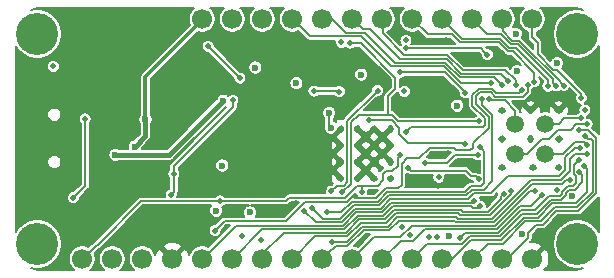
<source format=gbr>
G04 #@! TF.GenerationSoftware,KiCad,Pcbnew,(5.1.2)-1*
G04 #@! TF.CreationDate,2019-07-17T10:41:17+10:00*
G04 #@! TF.ProjectId,iCE40-fpga,69434534-302d-4667-9067-612e6b696361,rev?*
G04 #@! TF.SameCoordinates,Original*
G04 #@! TF.FileFunction,Copper,L4,Bot*
G04 #@! TF.FilePolarity,Positive*
%FSLAX46Y46*%
G04 Gerber Fmt 4.6, Leading zero omitted, Abs format (unit mm)*
G04 Created by KiCad (PCBNEW (5.1.2)-1) date 2019-07-17 10:41:17*
%MOMM*%
%LPD*%
G04 APERTURE LIST*
%ADD10C,1.500000*%
%ADD11C,0.500000*%
%ADD12C,1.700000*%
%ADD13C,3.556000*%
%ADD14C,0.600000*%
%ADD15C,0.300000*%
%ADD16C,0.400000*%
%ADD17C,0.200000*%
%ADD18C,0.150000*%
G04 APERTURE END LIST*
D10*
X68900000Y-32550000D03*
X68900000Y-35100000D03*
X71450000Y-32550000D03*
X71450000Y-35100000D03*
D11*
X70400000Y-36250000D03*
X72600000Y-36250000D03*
X67800000Y-31450000D03*
X70200000Y-33850000D03*
X67800000Y-33850000D03*
X72600000Y-31450000D03*
X67800000Y-36250000D03*
X70200000Y-31450000D03*
X72600000Y-33850000D03*
D12*
X34780000Y-44015001D03*
X37320000Y-44015001D03*
X39860000Y-44015001D03*
X42400000Y-44015001D03*
X44940000Y-44015001D03*
X47480000Y-44015001D03*
X50020000Y-44015001D03*
X52560000Y-44015001D03*
X55100000Y-44015001D03*
X57640000Y-44015001D03*
X60180000Y-44015001D03*
X62720000Y-44015001D03*
X65260000Y-44015001D03*
X67800000Y-44015001D03*
X32240000Y-44015001D03*
X70340000Y-44015001D03*
X42400000Y-23695001D03*
X44940000Y-23695001D03*
X47480000Y-23695001D03*
X50020000Y-23695001D03*
X52560000Y-23695001D03*
X55100000Y-23695001D03*
X57640000Y-23695001D03*
X60180000Y-23695001D03*
X62720000Y-23695001D03*
X65260000Y-23695001D03*
X67800000Y-23695001D03*
X70340000Y-23695001D03*
D13*
X28430000Y-24965001D03*
X74150000Y-24965001D03*
X28430000Y-42745001D03*
X74150000Y-42745001D03*
D11*
X58350000Y-37200000D03*
X56950000Y-37200000D03*
X55550000Y-37200000D03*
X54150000Y-37200000D03*
X58350000Y-35800000D03*
X56950000Y-35800000D03*
X55550000Y-35800000D03*
X54150000Y-35800000D03*
X58350000Y-34400000D03*
X56950000Y-34400000D03*
X55550000Y-34400000D03*
X54150000Y-34400000D03*
X58350000Y-33000000D03*
X56950000Y-33000000D03*
X55550000Y-33000000D03*
X54150000Y-33000000D03*
D14*
X36700000Y-34500000D03*
X50375000Y-29125000D03*
X55850000Y-28400000D03*
X46450000Y-40074990D03*
X44099998Y-36100000D03*
X43575736Y-39925728D03*
X63980630Y-31034596D03*
D11*
X59525895Y-29830530D03*
X62425021Y-37102068D03*
X59301946Y-41280808D03*
D14*
X72450000Y-27418396D03*
D11*
X29802519Y-27708305D03*
D14*
X63300000Y-42100000D03*
X68950000Y-24949956D03*
X73745509Y-38706056D03*
D11*
X54184485Y-25666596D03*
D14*
X44200000Y-30600000D03*
X35050000Y-35200000D03*
X46900000Y-27800000D03*
X69437746Y-41909958D03*
X69049996Y-28100000D03*
X53150000Y-31650000D03*
X53300000Y-32900000D03*
D11*
X32500000Y-32150000D03*
X31500000Y-38824980D03*
X55358147Y-38678318D03*
X43500000Y-41600000D03*
X60021767Y-42006467D03*
X69963062Y-29303891D03*
X40000000Y-36800000D03*
X45000000Y-30575000D03*
X39775000Y-38575000D03*
X55925734Y-38361520D03*
X59650000Y-33250000D03*
X59189123Y-35239111D03*
X43900000Y-39100000D03*
X69450010Y-29703007D03*
X51050000Y-39950000D03*
X74384037Y-34625010D03*
X53360122Y-42588356D03*
X74974979Y-35158470D03*
X64250000Y-42200000D03*
X74293418Y-35615698D03*
X51850000Y-29800000D03*
X54015373Y-29834627D03*
X59170251Y-28205620D03*
X53329903Y-38274979D03*
X64655963Y-29928664D03*
X57250000Y-29750000D03*
X54280012Y-38350022D03*
X59639521Y-25509248D03*
X65858783Y-32349978D03*
X54899946Y-25734604D03*
X52971075Y-40067111D03*
X65900471Y-34542682D03*
X51706783Y-39664984D03*
X66051650Y-30445117D03*
X56549998Y-32275010D03*
X64674990Y-34285883D03*
X72409936Y-38189519D03*
X63050000Y-29000000D03*
X63075000Y-25500000D03*
X30000000Y-30700000D03*
X27750000Y-29850000D03*
X27750000Y-32650000D03*
X27750000Y-34950000D03*
X27700000Y-37750000D03*
X30000000Y-36950000D03*
X47250000Y-33000000D03*
D14*
X47250000Y-36100000D03*
D11*
X52612528Y-36299990D03*
X52562528Y-37400010D03*
X52700000Y-35599994D03*
D14*
X38400000Y-36000000D03*
D11*
X37150000Y-41400000D03*
D14*
X31500000Y-35100000D03*
X37600000Y-32200012D03*
D11*
X48000000Y-40100000D03*
D14*
X41850000Y-36949980D03*
D11*
X40500000Y-39950000D03*
D14*
X41150000Y-30500000D03*
X44300000Y-33100000D03*
X45200000Y-33050000D03*
D11*
X51025000Y-25400000D03*
X52362524Y-27779741D03*
X62375000Y-31625000D03*
X75080214Y-27959153D03*
X52704173Y-38098977D03*
X56599727Y-38374913D03*
X36500000Y-23500000D03*
X36500000Y-26000000D03*
X31000000Y-23500000D03*
X31000000Y-26000000D03*
X33500000Y-28500000D03*
X40000000Y-28500000D03*
X52600000Y-33400000D03*
X61400000Y-31844496D03*
X59934249Y-28834906D03*
X32312500Y-40887500D03*
X63198848Y-35075010D03*
X59950000Y-37749923D03*
X62375021Y-37800291D03*
X56300000Y-42100000D03*
X50320287Y-39307946D03*
X44150000Y-25650000D03*
X58949410Y-31480552D03*
X51046016Y-31475010D03*
X46900000Y-30800000D03*
X48224977Y-25594033D03*
X70096716Y-25727113D03*
X68400000Y-27000000D03*
X65000000Y-36100000D03*
X66886077Y-39004197D03*
X75400000Y-39500006D03*
X70900018Y-41700000D03*
D14*
X58052412Y-29099953D03*
D11*
X35600000Y-32600000D03*
X74800000Y-31399982D03*
X42900000Y-26000000D03*
X45593406Y-28693406D03*
X61260348Y-35852825D03*
X65711846Y-35164723D03*
X59800000Y-36275000D03*
X65800000Y-37250000D03*
X68584987Y-38276574D03*
X67928604Y-38467442D03*
X65939487Y-39524891D03*
X65439844Y-39109127D03*
X70550010Y-38291623D03*
X73559720Y-37297565D03*
X71150000Y-38599968D03*
X74334585Y-36620035D03*
X74500000Y-30400000D03*
X72999990Y-29338776D03*
X72333643Y-29359020D03*
X71668470Y-29389858D03*
X70534491Y-28994079D03*
X68940160Y-29239501D03*
X68290121Y-28907345D03*
X67757533Y-29279990D03*
X66850000Y-29124979D03*
X74343941Y-33092426D03*
X74800000Y-33600000D03*
X74725867Y-36100984D03*
X62300000Y-42174990D03*
X47400000Y-42400000D03*
X61602628Y-42174990D03*
X45750000Y-42050000D03*
X59671331Y-26158481D03*
X66549994Y-26700000D03*
X74974979Y-34350000D03*
X74450000Y-32100000D03*
X75000000Y-32600000D03*
X66701653Y-30448406D03*
D15*
X42350000Y-23650000D02*
X42400000Y-23700000D01*
D16*
X35474264Y-35200000D02*
X35050000Y-35200000D01*
X44200000Y-30600000D02*
X39600000Y-35200000D01*
X39600000Y-35200000D02*
X35474264Y-35200000D01*
D17*
X53150000Y-31650000D02*
X53150000Y-32750000D01*
X53150000Y-32750000D02*
X53300000Y-32900000D01*
X32500000Y-32150000D02*
X32500000Y-32503553D01*
X32500000Y-32503553D02*
X32500000Y-37824980D01*
X32500000Y-37824980D02*
X31500000Y-38824980D01*
D18*
X55345596Y-38678318D02*
X55358147Y-38678318D01*
X44300000Y-40800000D02*
X43500000Y-41600000D01*
X49500000Y-40800000D02*
X44300000Y-40800000D01*
X51132381Y-39167619D02*
X49500000Y-40800000D01*
X54658741Y-39167619D02*
X51132381Y-39167619D01*
X55358147Y-38678318D02*
X55148042Y-38678318D01*
X55148042Y-38678318D02*
X54658741Y-39167619D01*
X69963062Y-29886938D02*
X69963062Y-29657444D01*
X67212500Y-30287500D02*
X69562500Y-30287500D01*
X66825000Y-29900000D02*
X67212500Y-30287500D01*
X65575011Y-30249989D02*
X65925000Y-29900000D01*
X65575011Y-30899289D02*
X65575011Y-30249989D01*
X66649989Y-31974267D02*
X65575011Y-30899289D01*
X59312500Y-37711779D02*
X59312500Y-35937500D01*
X57962330Y-38024912D02*
X58999367Y-38024912D01*
X55541240Y-38861411D02*
X57125831Y-38861411D01*
X55358147Y-38678318D02*
X55541240Y-38861411D01*
X63900000Y-34800000D02*
X65100000Y-34800000D01*
X69562500Y-30287500D02*
X69963062Y-29886938D01*
X59312500Y-35937500D02*
X59750000Y-35500000D01*
X57125831Y-38861411D02*
X57962330Y-38024912D01*
X59750000Y-35500000D02*
X60750000Y-35500000D01*
X65100000Y-34800000D02*
X65324999Y-34575001D01*
X65324999Y-34575001D02*
X65324999Y-34225001D01*
X58999367Y-38024912D02*
X59312500Y-37711779D01*
X60750000Y-35500000D02*
X61650000Y-34600000D01*
X65925000Y-29900000D02*
X66825000Y-29900000D01*
X61650000Y-34600000D02*
X63700000Y-34600000D01*
X69963062Y-29657444D02*
X69963062Y-29303891D01*
X63700000Y-34600000D02*
X63900000Y-34800000D01*
X65324999Y-34225001D02*
X66649989Y-32900011D01*
X66649989Y-32900011D02*
X66649989Y-31974267D01*
D17*
X45000000Y-23750000D02*
X44950000Y-23700000D01*
X40000000Y-36800000D02*
X40000000Y-38350000D01*
X40000000Y-38350000D02*
X39775000Y-38575000D01*
X45000000Y-31150000D02*
X45000000Y-30575000D01*
X40000000Y-36800000D02*
X40000000Y-36150000D01*
X40000000Y-36150000D02*
X45000000Y-31150000D01*
D18*
X55925734Y-37824167D02*
X55925734Y-38361520D01*
X57300000Y-37800000D02*
X55949901Y-37800000D01*
X59000000Y-35428234D02*
X59000000Y-36100000D01*
X57750000Y-37350000D02*
X57300000Y-37800000D01*
X59000000Y-36100000D02*
X58500000Y-36600000D01*
X58500000Y-36600000D02*
X57950000Y-36600000D01*
X55949901Y-37800000D02*
X55925734Y-37824167D01*
X57950000Y-36600000D02*
X57750000Y-36800000D01*
X59189123Y-35239111D02*
X59000000Y-35428234D01*
X57750000Y-36800000D02*
X57750000Y-37350000D01*
X69200011Y-29953006D02*
X67302285Y-29953006D01*
X66349978Y-32627279D02*
X66152269Y-32824988D01*
X60075012Y-32824988D02*
X59899999Y-33000001D01*
X65275000Y-31023557D02*
X66349978Y-32098535D01*
X66349978Y-32098535D02*
X66349978Y-32627279D01*
X59899999Y-33000001D02*
X59650000Y-33250000D01*
X65800011Y-29599989D02*
X65275000Y-30125000D01*
X69450010Y-29703007D02*
X69200011Y-29953006D01*
X65275000Y-30125000D02*
X65275000Y-31023557D01*
X66949268Y-29599989D02*
X65800011Y-29599989D01*
X67302285Y-29953006D02*
X66949268Y-29599989D01*
X66152269Y-32824988D02*
X60075012Y-32824988D01*
X55533038Y-37800000D02*
X55950000Y-37800000D01*
X54508014Y-38825024D02*
X55533038Y-37800000D01*
X33483602Y-42800000D02*
X33550000Y-42800000D01*
X32268601Y-44015001D02*
X33483602Y-42800000D01*
X33550000Y-42800000D02*
X37250000Y-39100000D01*
X37250000Y-39100000D02*
X49500000Y-39100000D01*
X49500000Y-39100000D02*
X49774976Y-38825024D01*
X49774976Y-38825024D02*
X54508014Y-38825024D01*
X72650000Y-37000000D02*
X73150000Y-36500000D01*
X73150000Y-36500000D02*
X73150000Y-35400000D01*
X73150000Y-35400000D02*
X73924990Y-34625010D01*
X74030484Y-34625010D02*
X74384037Y-34625010D01*
X54199262Y-40899934D02*
X55337752Y-39761444D01*
X73924990Y-34625010D02*
X74030484Y-34625010D01*
X58335134Y-38924945D02*
X64922053Y-38924945D01*
X68304227Y-37000000D02*
X72650000Y-37000000D01*
X57498635Y-39761444D02*
X58335134Y-38924945D01*
X66875039Y-38429188D02*
X68304227Y-37000000D01*
X64922053Y-38924945D02*
X65417810Y-38429188D01*
X55337752Y-39761444D02*
X57498635Y-39761444D01*
X51999934Y-40899934D02*
X54199262Y-40899934D01*
X51050000Y-39950000D02*
X51999934Y-40899934D01*
X65417810Y-38429188D02*
X66875039Y-38429188D01*
X58119974Y-41261499D02*
X58925827Y-40455646D01*
X73550000Y-35529452D02*
X73979440Y-35100012D01*
X64076925Y-40599923D02*
X66964642Y-40599923D01*
X66964642Y-40599923D02*
X70207282Y-37357282D01*
X72742718Y-37357282D02*
X73550000Y-36550000D01*
X73550000Y-36550000D02*
X73550000Y-35529452D01*
X58925827Y-40455646D02*
X63932648Y-40455646D01*
X74562968Y-35100012D02*
X74621426Y-35158470D01*
X70207282Y-37357282D02*
X72742718Y-37357282D01*
X53360122Y-42588356D02*
X54632235Y-42588356D01*
X54632235Y-42588356D02*
X55959092Y-41261499D01*
X73979440Y-35100012D02*
X74562968Y-35100012D01*
X74621426Y-35158470D02*
X74974979Y-35158470D01*
X55959092Y-41261499D02*
X58119974Y-41261499D01*
X63932648Y-40455646D02*
X64076925Y-40599923D01*
X66202108Y-41800056D02*
X66202197Y-41799967D01*
X66202197Y-41799967D02*
X67461714Y-41799967D01*
X67461714Y-41799967D02*
X69361725Y-39899956D01*
X69361725Y-39899956D02*
X70601486Y-39899956D01*
X71801464Y-38699978D02*
X72674741Y-38699978D01*
X64649944Y-41800056D02*
X66202108Y-41800056D01*
X72870497Y-38504222D02*
X72870497Y-38305787D01*
X72870497Y-38305787D02*
X73345240Y-37831044D01*
X73345240Y-37831044D02*
X73768955Y-37831044D01*
X73768955Y-37831044D02*
X74034730Y-37565270D01*
X74034730Y-37565270D02*
X74034730Y-37023184D01*
X73859583Y-36848037D02*
X73859583Y-36049533D01*
X70601486Y-39899956D02*
X71801464Y-38699978D01*
X64250000Y-42200000D02*
X64649944Y-41800056D01*
X74034730Y-37023184D02*
X73859583Y-36848037D01*
X74043419Y-35865697D02*
X74293418Y-35615698D01*
X73859583Y-36049533D02*
X74043419Y-35865697D01*
X72674741Y-38699978D02*
X72870497Y-38504222D01*
D17*
X53980746Y-29800000D02*
X54015373Y-29834627D01*
X51850000Y-29800000D02*
X53980746Y-29800000D01*
D18*
X59170251Y-28205620D02*
X62932919Y-28205620D01*
X64377299Y-29650000D02*
X64655963Y-29928664D01*
X62932919Y-28205620D02*
X64377299Y-29650000D01*
X57000001Y-29999999D02*
X57250000Y-29750000D01*
X53329903Y-38274979D02*
X53804882Y-37800000D01*
X53804882Y-37800000D02*
X54400000Y-37800000D01*
X54700000Y-37500000D02*
X54700000Y-32300000D01*
X54400000Y-37800000D02*
X54700000Y-37500000D01*
X54700000Y-32300000D02*
X57000001Y-29999999D01*
X65505230Y-32349978D02*
X65858783Y-32349978D01*
X55000000Y-32450000D02*
X55650000Y-31800000D01*
X55000000Y-37630034D02*
X55000000Y-32450000D01*
X58459634Y-31800000D02*
X59009612Y-32349978D01*
X54280012Y-38350022D02*
X55000000Y-37630034D01*
X59009612Y-32349978D02*
X65505230Y-32349978D01*
X55650000Y-31800000D02*
X57300000Y-31800000D01*
X57300000Y-31800000D02*
X57350000Y-31800000D01*
X58100000Y-31800000D02*
X58459634Y-31800000D01*
X57300000Y-31800000D02*
X58100000Y-31800000D01*
X55834604Y-25734604D02*
X54899946Y-25734604D01*
X58750000Y-28650000D02*
X55834604Y-25734604D01*
X58750000Y-29600000D02*
X58750000Y-28650000D01*
X58100000Y-30250000D02*
X58750000Y-29600000D01*
X58100000Y-31800000D02*
X58100000Y-30250000D01*
X66300000Y-37550000D02*
X66300000Y-34942211D01*
X66020834Y-37829166D02*
X66300000Y-37550000D01*
X66150470Y-34792681D02*
X65900471Y-34542682D01*
X65135579Y-37829166D02*
X66020834Y-37829166D01*
X54183527Y-40067111D02*
X55089216Y-39161422D01*
X66300000Y-34942211D02*
X66150470Y-34792681D01*
X52971075Y-40067111D02*
X54183527Y-40067111D01*
X55089216Y-39161422D02*
X57250099Y-39161422D01*
X57250099Y-39161422D02*
X58086598Y-38324923D01*
X58086598Y-38324923D02*
X64639822Y-38324923D01*
X64639822Y-38324923D02*
X65135579Y-37829166D01*
X52641722Y-40599923D02*
X54074994Y-40599923D01*
X51706783Y-39664984D02*
X52641722Y-40599923D01*
X54074994Y-40599923D02*
X55213484Y-39461433D01*
X57374367Y-39461433D02*
X58210866Y-38624934D01*
X66950000Y-31849999D02*
X66051650Y-30951649D01*
X66270823Y-38129177D02*
X66950000Y-37450000D01*
X55213484Y-39461433D02*
X57374367Y-39461433D01*
X66051650Y-30798670D02*
X66051650Y-30445117D01*
X66051650Y-30951649D02*
X66051650Y-30798670D01*
X64764090Y-38624934D02*
X65259847Y-38129177D01*
X58210866Y-38624934D02*
X64764090Y-38624934D01*
X66950000Y-37450000D02*
X66950000Y-31849999D01*
X65259847Y-38129177D02*
X66270823Y-38129177D01*
D17*
X59100000Y-32900000D02*
X59100000Y-33459999D01*
X59840001Y-34200000D02*
X64600000Y-34200000D01*
X64674990Y-34274990D02*
X64674990Y-34285883D01*
X56549998Y-32275010D02*
X58475010Y-32275010D01*
X59100000Y-33459999D02*
X59840001Y-34200000D01*
X58475010Y-32275010D02*
X59100000Y-32900000D01*
X64600000Y-34200000D02*
X64674990Y-34274990D01*
D16*
X37600000Y-33600000D02*
X37600000Y-32624276D01*
X37600000Y-32624276D02*
X37600000Y-32200012D01*
D15*
X37600000Y-28600000D02*
X37600000Y-31775748D01*
X37600000Y-31775748D02*
X37600000Y-32200012D01*
X42400000Y-23800000D02*
X37600000Y-28600000D01*
D16*
X36700000Y-34500000D02*
X37600000Y-33600000D01*
D18*
X42900000Y-26000000D02*
X45593406Y-28693406D01*
X63124035Y-35852825D02*
X63812137Y-35164723D01*
X63812137Y-35164723D02*
X65358293Y-35164723D01*
X61260348Y-35852825D02*
X63124035Y-35852825D01*
X65358293Y-35164723D02*
X65711846Y-35164723D01*
X59800000Y-36275000D02*
X60049999Y-36524999D01*
X64721997Y-36524999D02*
X65196999Y-37000001D01*
X65196999Y-37000001D02*
X65550001Y-37000001D01*
X65550001Y-37000001D02*
X65800000Y-37250000D01*
X60049999Y-36524999D02*
X64721997Y-36524999D01*
X53425000Y-42100000D02*
X53575000Y-42100000D01*
X51950000Y-42100000D02*
X53425000Y-42100000D01*
X50048601Y-44015001D02*
X50048601Y-44001399D01*
X50048601Y-44001399D02*
X51950000Y-42100000D01*
X64224191Y-40299912D02*
X64079914Y-40155635D01*
X64079914Y-40155635D02*
X58801559Y-40155635D01*
X54696312Y-42100000D02*
X53425000Y-42100000D01*
X58801559Y-40155635D02*
X57995706Y-40961488D01*
X57995706Y-40961488D02*
X55834824Y-40961488D01*
X55834824Y-40961488D02*
X54696312Y-42100000D01*
X66799138Y-40299912D02*
X64224191Y-40299912D01*
X68584987Y-38514063D02*
X66799138Y-40299912D01*
X68584987Y-38276574D02*
X68584987Y-38514063D01*
X47500000Y-44000000D02*
X47500000Y-43599251D01*
X58677291Y-39855624D02*
X64303410Y-39855624D01*
X67678605Y-38717441D02*
X67928604Y-38467442D01*
X47500000Y-43599251D02*
X49299262Y-41799989D01*
X64303410Y-39855624D02*
X64447687Y-39999901D01*
X66593375Y-39999901D02*
X67678605Y-38914671D01*
X67678605Y-38914671D02*
X67678605Y-38717441D01*
X54572044Y-41799989D02*
X55710556Y-40661477D01*
X55710556Y-40661477D02*
X57871438Y-40661477D01*
X64447687Y-39999901D02*
X66593375Y-39999901D01*
X57871438Y-40661477D02*
X58677291Y-39855624D01*
X49299262Y-41799989D02*
X54572044Y-41799989D01*
X53227207Y-41499956D02*
X54447798Y-41499956D01*
X54447798Y-41499956D02*
X55586288Y-40361466D01*
X47483624Y-41499978D02*
X53227185Y-41499978D01*
X55586288Y-40361466D02*
X57747170Y-40361466D01*
X53227185Y-41499978D02*
X53227207Y-41499956D01*
X44968601Y-44015001D02*
X47483624Y-41499978D01*
X65764488Y-39699890D02*
X65939487Y-39524891D01*
X65332321Y-39699890D02*
X65764488Y-39699890D01*
X65188044Y-39555613D02*
X65332321Y-39699890D01*
X57747170Y-40361466D02*
X58553023Y-39555613D01*
X58553023Y-39555613D02*
X65188044Y-39555613D01*
X53102939Y-41199945D02*
X54323530Y-41199945D01*
X54323530Y-41199945D02*
X55462020Y-40061455D01*
X55462020Y-40061455D02*
X57622903Y-40061455D01*
X45243635Y-41199967D02*
X53102917Y-41199967D01*
X65293369Y-39255602D02*
X65439844Y-39109127D01*
X42428601Y-44015001D02*
X45243635Y-41199967D01*
X57622903Y-40061455D02*
X58428755Y-39255602D01*
X53102917Y-41199967D02*
X53102939Y-41199945D01*
X58428755Y-39255602D02*
X65293369Y-39255602D01*
X65953661Y-41199945D02*
X67213178Y-41199945D01*
X65953606Y-41200000D02*
X65953661Y-41199945D01*
X60125232Y-41200000D02*
X65953606Y-41200000D01*
X59175232Y-42150000D02*
X60125232Y-41200000D01*
X55100000Y-44015001D02*
X56965001Y-42150000D01*
X56965001Y-42150000D02*
X59175232Y-42150000D01*
X70196457Y-38291623D02*
X70550010Y-38291623D01*
X70121500Y-38291623D02*
X70196457Y-38291623D01*
X67213178Y-41199945D02*
X70121500Y-38291623D01*
X56083360Y-41561510D02*
X58244242Y-41561510D01*
X70288844Y-37700000D02*
X72824278Y-37700000D01*
X59049945Y-40755807D02*
X63755807Y-40755807D01*
X63899934Y-40899934D02*
X67088910Y-40899934D01*
X58244242Y-41561510D02*
X59049945Y-40755807D01*
X52560000Y-44015001D02*
X53409999Y-43165002D01*
X54694870Y-42950000D02*
X56083360Y-41561510D01*
X72824278Y-37700000D02*
X73226713Y-37297565D01*
X53409999Y-43165002D02*
X53484998Y-43165002D01*
X53700000Y-42950000D02*
X54694870Y-42950000D01*
X53484998Y-43165002D02*
X53700000Y-42950000D01*
X73226713Y-37297565D02*
X73559720Y-37297565D01*
X63755807Y-40755807D02*
X63899934Y-40899934D01*
X67088910Y-40899934D02*
X70288844Y-37700000D01*
X69287402Y-39550000D02*
X70199968Y-39550000D01*
X70199968Y-39550000D02*
X71150000Y-38599968D01*
X67337446Y-41499956D02*
X69287402Y-39550000D01*
X59200000Y-42500000D02*
X60250000Y-42500000D01*
X57650000Y-44050000D02*
X59200000Y-42500000D01*
X60250000Y-42500000D02*
X61249989Y-41500011D01*
X61249989Y-41500011D02*
X66077874Y-41500011D01*
X66077874Y-41500011D02*
X66077929Y-41499956D01*
X66077929Y-41499956D02*
X67337446Y-41499956D01*
X74584584Y-37515416D02*
X74584584Y-36870034D01*
X73968945Y-38131055D02*
X74584584Y-37515416D01*
X74584584Y-36870034D02*
X74334585Y-36620035D01*
X60180000Y-44015001D02*
X61469999Y-42725002D01*
X64428002Y-42725002D02*
X65052937Y-42100067D01*
X73170508Y-38430055D02*
X73469508Y-38131055D01*
X72799009Y-38999989D02*
X73170508Y-38628490D01*
X73469508Y-38131055D02*
X73968945Y-38131055D01*
X73170508Y-38628490D02*
X73170508Y-38430055D01*
X71925732Y-38999989D02*
X72799009Y-38999989D01*
X70725754Y-40199967D02*
X71925732Y-38999989D01*
X69485993Y-40199967D02*
X70725754Y-40199967D01*
X67585982Y-42099978D02*
X69485993Y-40199967D01*
X66326465Y-42099978D02*
X67585982Y-42099978D01*
X66326376Y-42100067D02*
X66326465Y-42099978D01*
X65052937Y-42100067D02*
X66326376Y-42100067D01*
X61469999Y-42725002D02*
X64428002Y-42725002D01*
D17*
X70340000Y-23695001D02*
X70340000Y-24090000D01*
D18*
X70368601Y-23695001D02*
X70809109Y-24135509D01*
X70800000Y-24100000D02*
X70325000Y-23625000D01*
X74500000Y-30046447D02*
X74500000Y-30400000D01*
X70340000Y-25240000D02*
X70800000Y-25700000D01*
X70340000Y-23695001D02*
X70340000Y-25240000D01*
X70800000Y-25700000D02*
X70800000Y-26677885D01*
X70800000Y-26677885D02*
X72134534Y-28012419D01*
X72134534Y-28012419D02*
X72465972Y-28012419D01*
X72465972Y-28012419D02*
X74500000Y-30046447D01*
X68650686Y-25524966D02*
X69222803Y-25524966D01*
X67850000Y-23700000D02*
X67850000Y-24724279D01*
X72749991Y-29052154D02*
X72749991Y-29088777D01*
X67850000Y-24724279D02*
X68650686Y-25524966D01*
X72749991Y-29088777D02*
X72999990Y-29338776D01*
X69222803Y-25524966D02*
X72749991Y-29052154D01*
X72083644Y-29109021D02*
X72083644Y-28810086D01*
X69098535Y-25824977D02*
X68526419Y-25824977D01*
X68526419Y-25824977D02*
X67701442Y-25000000D01*
X67701442Y-25000000D02*
X66550000Y-25000000D01*
X72083644Y-28810086D02*
X69098535Y-25824977D01*
X72333643Y-29359020D02*
X72083644Y-29109021D01*
X66550000Y-25000000D02*
X65250000Y-23700000D01*
X64374999Y-25350000D02*
X63569999Y-24545000D01*
X63569999Y-24545000D02*
X62720000Y-23695001D01*
X67627163Y-25350000D02*
X64374999Y-25350000D01*
X68402151Y-26124988D02*
X67627163Y-25350000D01*
X68974266Y-26124988D02*
X68402151Y-26124988D01*
X71668470Y-28819192D02*
X68974266Y-26124988D01*
X71668470Y-29389858D02*
X71668470Y-28819192D01*
X63550000Y-25000000D02*
X61500000Y-25000000D01*
X70534491Y-28231489D02*
X68728001Y-26424999D01*
X61500000Y-25000000D02*
X60200000Y-23700000D01*
X67500000Y-25650000D02*
X64200000Y-25650000D01*
X68274999Y-26424999D02*
X67500000Y-25650000D01*
X68728001Y-26424999D02*
X68274999Y-26424999D01*
X70534491Y-28994079D02*
X70534491Y-28231489D01*
X64200000Y-25650000D02*
X63550000Y-25000000D01*
X68079519Y-28024977D02*
X68940160Y-28885618D01*
X57668601Y-23695001D02*
X57668601Y-24897082D01*
X68940160Y-28885618D02*
X68940160Y-28885948D01*
X59471519Y-26700000D02*
X63124413Y-26700000D01*
X64449390Y-28024977D02*
X68079519Y-28024977D01*
X68940160Y-28885948D02*
X68940160Y-29239501D01*
X63124413Y-26700000D02*
X64449390Y-28024977D01*
X57668601Y-24897082D02*
X59471519Y-26700000D01*
X63100125Y-27099989D02*
X64325122Y-28324988D01*
X56620000Y-24545000D02*
X59174989Y-27099989D01*
X64325122Y-28324988D02*
X67707764Y-28324988D01*
X55128601Y-23695001D02*
X55978600Y-24545000D01*
X67707764Y-28324988D02*
X68040122Y-28657346D01*
X55978600Y-24545000D02*
X56620000Y-24545000D01*
X59174989Y-27099989D02*
X63100125Y-27099989D01*
X68040122Y-28657346D02*
X68290121Y-28907345D01*
X67507534Y-29029991D02*
X67757533Y-29279990D01*
X62975857Y-27400000D02*
X64200854Y-28624999D01*
X56199988Y-24849988D02*
X58750000Y-27400000D01*
X67102542Y-28624999D02*
X67507534Y-29029991D01*
X52588601Y-23695001D02*
X53414171Y-23695001D01*
X64200854Y-28624999D02*
X67102542Y-28624999D01*
X53414171Y-23695001D02*
X54569158Y-24849988D01*
X54569158Y-24849988D02*
X56199988Y-24849988D01*
X58750000Y-27400000D02*
X62975857Y-27400000D01*
X62851589Y-27700011D02*
X64276556Y-29124979D01*
X55825000Y-25150000D02*
X58375011Y-27700011D01*
X51495195Y-25141595D02*
X54436486Y-25141595D01*
X64276556Y-29124979D02*
X66496447Y-29124979D01*
X54444891Y-25150000D02*
X55825000Y-25150000D01*
X54436486Y-25141595D02*
X54444891Y-25150000D01*
X50048601Y-23695001D02*
X51495195Y-25141595D01*
X58375011Y-27700011D02*
X62851589Y-27700011D01*
X66496447Y-29124979D02*
X66850000Y-29124979D01*
X68227704Y-44000000D02*
X67800000Y-44000000D01*
X70013852Y-42213852D02*
X68227704Y-44000000D01*
X70013852Y-41786148D02*
X70013852Y-42213852D01*
X72374259Y-39950020D02*
X71224279Y-41100000D01*
X75750000Y-38450000D02*
X74249980Y-39950020D01*
X74343941Y-33092426D02*
X75066705Y-33092426D01*
X71224279Y-41100000D02*
X70700000Y-41100000D01*
X75750000Y-33775721D02*
X75750000Y-38450000D01*
X75066705Y-33092426D02*
X75750000Y-33775721D01*
X70700000Y-41100000D02*
X70013852Y-41786148D01*
X74249980Y-39950020D02*
X72374259Y-39950020D01*
X67834518Y-42700000D02*
X69734529Y-40799989D01*
X74175711Y-39600011D02*
X75449989Y-38325733D01*
X75449989Y-38325733D02*
X75449989Y-33999989D01*
X75049999Y-33849999D02*
X74800000Y-33600000D01*
X65260000Y-44015001D02*
X66575001Y-42700000D01*
X75449989Y-33999989D02*
X75299999Y-33849999D01*
X66575001Y-42700000D02*
X67834518Y-42700000D01*
X72299989Y-39600011D02*
X74175711Y-39600011D01*
X71100011Y-40799989D02*
X72299989Y-39600011D01*
X69734529Y-40799989D02*
X71100011Y-40799989D01*
X75299999Y-33849999D02*
X75049999Y-33849999D01*
X74975866Y-36350983D02*
X74725867Y-36100984D01*
X74051443Y-39300000D02*
X74975866Y-38375577D01*
X63577283Y-44000000D02*
X65177205Y-42400078D01*
X62750000Y-44000000D02*
X63577283Y-44000000D01*
X67710250Y-42399989D02*
X69610261Y-40499978D01*
X74975866Y-38375577D02*
X74975866Y-36350983D01*
X72050000Y-39300000D02*
X74051443Y-39300000D01*
X70850022Y-40499978D02*
X72050000Y-39300000D01*
X69610261Y-40499978D02*
X70850022Y-40499978D01*
X66450733Y-42399989D02*
X67710250Y-42399989D01*
X66450644Y-42400078D02*
X66450733Y-42399989D01*
X65177205Y-42400078D02*
X66450644Y-42400078D01*
X59671331Y-26158481D02*
X66008475Y-26158481D01*
X66299995Y-26450001D02*
X66549994Y-26700000D01*
X66008475Y-26158481D02*
X66299995Y-26450001D01*
X73949999Y-34100001D02*
X74724980Y-34100001D01*
X74724980Y-34100001D02*
X74974979Y-34350000D01*
X72950000Y-35100000D02*
X73949999Y-34100001D01*
X71450000Y-35100000D02*
X72950000Y-35100000D01*
X74450000Y-32100000D02*
X73050000Y-32100000D01*
X73050000Y-32100000D02*
X72600000Y-32550000D01*
X72600000Y-32550000D02*
X71450000Y-32550000D01*
X69900000Y-35100000D02*
X68900000Y-35100000D01*
X74050000Y-32600000D02*
X73600000Y-33050000D01*
X75000000Y-32600000D02*
X74050000Y-32600000D01*
X73600000Y-33050000D02*
X72550000Y-33050000D01*
X72550000Y-33050000D02*
X71750000Y-33850000D01*
X71750000Y-33850000D02*
X71150000Y-33850000D01*
X71150000Y-33850000D02*
X69900000Y-35100000D01*
X67998171Y-30587511D02*
X66840758Y-30587511D01*
X66840758Y-30587511D02*
X66701653Y-30448406D01*
X68900000Y-32550000D02*
X68900000Y-31489340D01*
X68900000Y-31489340D02*
X67998171Y-30587511D01*
D17*
G36*
X75958161Y-41710803D02*
G01*
X75764088Y-41420353D01*
X75474648Y-41130913D01*
X75134302Y-40903501D01*
X74756130Y-40746857D01*
X74354665Y-40667001D01*
X73945335Y-40667001D01*
X73543870Y-40746857D01*
X73165698Y-40903501D01*
X72825352Y-41130913D01*
X72535912Y-41420353D01*
X72308500Y-41760699D01*
X72151856Y-42138871D01*
X72072000Y-42540336D01*
X72072000Y-42949666D01*
X72151856Y-43351131D01*
X72308500Y-43729303D01*
X72535912Y-44069649D01*
X72825352Y-44359089D01*
X73165698Y-44586501D01*
X73543870Y-44743145D01*
X73945335Y-44823001D01*
X74354665Y-44823001D01*
X74624505Y-44769327D01*
X74562009Y-44801583D01*
X74146007Y-44921656D01*
X73728696Y-44960001D01*
X71466216Y-44960001D01*
X71484504Y-44941713D01*
X71370959Y-44828168D01*
X71609207Y-44746780D01*
X71727583Y-44485110D01*
X71792634Y-44205373D01*
X71801862Y-43918320D01*
X71754911Y-43634983D01*
X71653587Y-43366249D01*
X71609207Y-43283222D01*
X71370957Y-43201833D01*
X70557789Y-44015001D01*
X70571931Y-44029143D01*
X70354142Y-44246932D01*
X70340000Y-44232790D01*
X70325858Y-44246932D01*
X70108069Y-44029143D01*
X70122211Y-44015001D01*
X70108069Y-44000859D01*
X70325858Y-43783070D01*
X70340000Y-43797212D01*
X71153168Y-42984044D01*
X71071779Y-42745794D01*
X70810109Y-42627418D01*
X70530372Y-42562367D01*
X70243319Y-42553139D01*
X70197263Y-42560771D01*
X70265991Y-42492043D01*
X70280300Y-42480300D01*
X70303632Y-42451870D01*
X70327162Y-42423199D01*
X70357495Y-42366448D01*
X70361983Y-42358052D01*
X70383426Y-42287365D01*
X70388852Y-42232271D01*
X70388852Y-42232268D01*
X70390666Y-42213852D01*
X70388852Y-42195436D01*
X70388852Y-41941477D01*
X70855330Y-41475000D01*
X71205863Y-41475000D01*
X71224279Y-41476814D01*
X71242695Y-41475000D01*
X71242698Y-41475000D01*
X71297792Y-41469574D01*
X71368479Y-41448131D01*
X71433626Y-41413309D01*
X71490727Y-41366448D01*
X71502474Y-41352134D01*
X72529590Y-40325020D01*
X74231564Y-40325020D01*
X74249980Y-40326834D01*
X74268396Y-40325020D01*
X74268399Y-40325020D01*
X74323493Y-40319594D01*
X74394180Y-40298151D01*
X74459327Y-40263329D01*
X74516428Y-40216468D01*
X74528175Y-40202154D01*
X75958238Y-38772092D01*
X75958161Y-41710803D01*
X75958161Y-41710803D01*
G37*
X75958161Y-41710803D02*
X75764088Y-41420353D01*
X75474648Y-41130913D01*
X75134302Y-40903501D01*
X74756130Y-40746857D01*
X74354665Y-40667001D01*
X73945335Y-40667001D01*
X73543870Y-40746857D01*
X73165698Y-40903501D01*
X72825352Y-41130913D01*
X72535912Y-41420353D01*
X72308500Y-41760699D01*
X72151856Y-42138871D01*
X72072000Y-42540336D01*
X72072000Y-42949666D01*
X72151856Y-43351131D01*
X72308500Y-43729303D01*
X72535912Y-44069649D01*
X72825352Y-44359089D01*
X73165698Y-44586501D01*
X73543870Y-44743145D01*
X73945335Y-44823001D01*
X74354665Y-44823001D01*
X74624505Y-44769327D01*
X74562009Y-44801583D01*
X74146007Y-44921656D01*
X73728696Y-44960001D01*
X71466216Y-44960001D01*
X71484504Y-44941713D01*
X71370959Y-44828168D01*
X71609207Y-44746780D01*
X71727583Y-44485110D01*
X71792634Y-44205373D01*
X71801862Y-43918320D01*
X71754911Y-43634983D01*
X71653587Y-43366249D01*
X71609207Y-43283222D01*
X71370957Y-43201833D01*
X70557789Y-44015001D01*
X70571931Y-44029143D01*
X70354142Y-44246932D01*
X70340000Y-44232790D01*
X70325858Y-44246932D01*
X70108069Y-44029143D01*
X70122211Y-44015001D01*
X70108069Y-44000859D01*
X70325858Y-43783070D01*
X70340000Y-43797212D01*
X71153168Y-42984044D01*
X71071779Y-42745794D01*
X70810109Y-42627418D01*
X70530372Y-42562367D01*
X70243319Y-42553139D01*
X70197263Y-42560771D01*
X70265991Y-42492043D01*
X70280300Y-42480300D01*
X70303632Y-42451870D01*
X70327162Y-42423199D01*
X70357495Y-42366448D01*
X70361983Y-42358052D01*
X70383426Y-42287365D01*
X70388852Y-42232271D01*
X70388852Y-42232268D01*
X70390666Y-42213852D01*
X70388852Y-42195436D01*
X70388852Y-41941477D01*
X70855330Y-41475000D01*
X71205863Y-41475000D01*
X71224279Y-41476814D01*
X71242695Y-41475000D01*
X71242698Y-41475000D01*
X71297792Y-41469574D01*
X71368479Y-41448131D01*
X71433626Y-41413309D01*
X71490727Y-41366448D01*
X71502474Y-41352134D01*
X72529590Y-40325020D01*
X74231564Y-40325020D01*
X74249980Y-40326834D01*
X74268396Y-40325020D01*
X74268399Y-40325020D01*
X74323493Y-40319594D01*
X74394180Y-40298151D01*
X74459327Y-40263329D01*
X74516428Y-40216468D01*
X74528175Y-40202154D01*
X75958238Y-38772092D01*
X75958161Y-41710803D01*
G36*
X41666918Y-22801738D02*
G01*
X41506737Y-22961919D01*
X41380884Y-23150272D01*
X41294194Y-23359558D01*
X41250000Y-23581736D01*
X41250000Y-23808266D01*
X41294194Y-24030444D01*
X41364186Y-24199418D01*
X37297434Y-28266171D01*
X37280263Y-28280263D01*
X37266172Y-28297433D01*
X37224029Y-28348784D01*
X37195696Y-28401791D01*
X37182243Y-28426960D01*
X37156511Y-28511786D01*
X37150000Y-28577896D01*
X37150000Y-28577906D01*
X37147824Y-28600000D01*
X37150000Y-28622095D01*
X37150001Y-31753634D01*
X37150000Y-31753644D01*
X37150000Y-31801484D01*
X37133950Y-31817534D01*
X37068287Y-31915805D01*
X37023058Y-32024998D01*
X37000000Y-32140917D01*
X37000000Y-32259107D01*
X37023058Y-32375026D01*
X37068287Y-32484219D01*
X37100000Y-32531681D01*
X37100000Y-32648835D01*
X37100001Y-32648845D01*
X37100000Y-33392894D01*
X36580973Y-33911921D01*
X36524986Y-33923058D01*
X36415793Y-33968287D01*
X36317522Y-34033950D01*
X36233950Y-34117522D01*
X36168287Y-34215793D01*
X36123058Y-34324986D01*
X36100000Y-34440905D01*
X36100000Y-34559095D01*
X36123058Y-34675014D01*
X36133407Y-34700000D01*
X35381669Y-34700000D01*
X35334207Y-34668287D01*
X35225014Y-34623058D01*
X35109095Y-34600000D01*
X34990905Y-34600000D01*
X34874986Y-34623058D01*
X34765793Y-34668287D01*
X34667522Y-34733950D01*
X34583950Y-34817522D01*
X34518287Y-34915793D01*
X34473058Y-35024986D01*
X34450000Y-35140905D01*
X34450000Y-35259095D01*
X34473058Y-35375014D01*
X34518287Y-35484207D01*
X34583950Y-35582478D01*
X34667522Y-35666050D01*
X34765793Y-35731713D01*
X34874986Y-35776942D01*
X34990905Y-35800000D01*
X35109095Y-35800000D01*
X35225014Y-35776942D01*
X35334207Y-35731713D01*
X35381669Y-35700000D01*
X39575440Y-35700000D01*
X39600000Y-35702419D01*
X39624560Y-35700000D01*
X39698017Y-35692765D01*
X39792267Y-35664175D01*
X39879129Y-35617746D01*
X39955264Y-35555264D01*
X39970929Y-35536176D01*
X44319029Y-31188078D01*
X44375014Y-31176942D01*
X44430252Y-31154062D01*
X39731048Y-35853267D01*
X39715790Y-35865789D01*
X39703268Y-35881047D01*
X39703265Y-35881050D01*
X39665803Y-35926698D01*
X39628661Y-35996186D01*
X39605788Y-36071587D01*
X39598065Y-36150000D01*
X39600001Y-36169656D01*
X39600001Y-36422182D01*
X39572787Y-36449396D01*
X39512597Y-36539477D01*
X39471136Y-36639571D01*
X39450000Y-36745830D01*
X39450000Y-36854170D01*
X39471136Y-36960429D01*
X39512597Y-37060523D01*
X39572787Y-37150604D01*
X39600000Y-37177817D01*
X39600001Y-38052171D01*
X39514477Y-38087597D01*
X39424396Y-38147787D01*
X39347787Y-38224396D01*
X39287597Y-38314477D01*
X39246136Y-38414571D01*
X39225000Y-38520830D01*
X39225000Y-38629170D01*
X39244062Y-38725000D01*
X37268415Y-38725000D01*
X37249999Y-38723186D01*
X37231583Y-38725000D01*
X37231581Y-38725000D01*
X37176487Y-38730426D01*
X37105800Y-38751869D01*
X37105798Y-38751870D01*
X37054993Y-38779026D01*
X37040653Y-38786691D01*
X36983552Y-38833552D01*
X36971810Y-38847860D01*
X33380169Y-42439502D01*
X33339402Y-42451869D01*
X33274255Y-42486691D01*
X33217154Y-42533552D01*
X33205412Y-42547860D01*
X32765396Y-42987877D01*
X32575443Y-42909195D01*
X32353265Y-42865001D01*
X32126735Y-42865001D01*
X31904557Y-42909195D01*
X31695271Y-42995885D01*
X31506918Y-43121738D01*
X31346737Y-43281919D01*
X31220884Y-43470272D01*
X31134194Y-43679558D01*
X31090000Y-43901736D01*
X31090000Y-44128266D01*
X31134194Y-44350444D01*
X31220884Y-44559730D01*
X31346737Y-44748083D01*
X31506918Y-44908264D01*
X31584348Y-44960001D01*
X28852297Y-44960001D01*
X28406475Y-44916288D01*
X27992922Y-44791429D01*
X27948877Y-44768010D01*
X28225335Y-44823001D01*
X28634665Y-44823001D01*
X29036130Y-44743145D01*
X29414302Y-44586501D01*
X29754648Y-44359089D01*
X30044088Y-44069649D01*
X30271500Y-43729303D01*
X30428144Y-43351131D01*
X30508000Y-42949666D01*
X30508000Y-42540336D01*
X30428144Y-42138871D01*
X30271500Y-41760699D01*
X30044088Y-41420353D01*
X29754648Y-41130913D01*
X29414302Y-40903501D01*
X29036130Y-40746857D01*
X28634665Y-40667001D01*
X28225335Y-40667001D01*
X27823870Y-40746857D01*
X27445698Y-40903501D01*
X27105352Y-41130913D01*
X26815912Y-41420353D01*
X26621400Y-41711461D01*
X26621400Y-38770810D01*
X30950000Y-38770810D01*
X30950000Y-38879150D01*
X30971136Y-38985409D01*
X31012597Y-39085503D01*
X31072787Y-39175584D01*
X31149396Y-39252193D01*
X31239477Y-39312383D01*
X31339571Y-39353844D01*
X31445830Y-39374980D01*
X31554170Y-39374980D01*
X31660429Y-39353844D01*
X31760523Y-39312383D01*
X31850604Y-39252193D01*
X31927213Y-39175584D01*
X31987403Y-39085503D01*
X32028864Y-38985409D01*
X32050000Y-38879150D01*
X32050000Y-38840665D01*
X32768948Y-38121717D01*
X32784211Y-38109191D01*
X32834197Y-38048283D01*
X32871340Y-37978794D01*
X32894212Y-37903394D01*
X32900000Y-37844627D01*
X32901935Y-37824980D01*
X32900000Y-37805333D01*
X32900000Y-32527817D01*
X32927213Y-32500604D01*
X32987403Y-32410523D01*
X33028864Y-32310429D01*
X33050000Y-32204170D01*
X33050000Y-32095830D01*
X33028864Y-31989571D01*
X32987403Y-31889477D01*
X32927213Y-31799396D01*
X32850604Y-31722787D01*
X32760523Y-31662597D01*
X32660429Y-31621136D01*
X32554170Y-31600000D01*
X32445830Y-31600000D01*
X32339571Y-31621136D01*
X32239477Y-31662597D01*
X32149396Y-31722787D01*
X32072787Y-31799396D01*
X32012597Y-31889477D01*
X31971136Y-31989571D01*
X31950000Y-32095830D01*
X31950000Y-32204170D01*
X31971136Y-32310429D01*
X32012597Y-32410523D01*
X32072787Y-32500604D01*
X32100000Y-32527817D01*
X32100001Y-37659294D01*
X31484315Y-38274980D01*
X31445830Y-38274980D01*
X31339571Y-38296116D01*
X31239477Y-38337577D01*
X31149396Y-38397767D01*
X31072787Y-38474376D01*
X31012597Y-38564457D01*
X30971136Y-38664551D01*
X30950000Y-38770810D01*
X26621400Y-38770810D01*
X26621400Y-35740905D01*
X29280000Y-35740905D01*
X29280000Y-35859095D01*
X29303058Y-35975014D01*
X29348287Y-36084207D01*
X29413950Y-36182478D01*
X29497522Y-36266050D01*
X29595793Y-36331713D01*
X29704986Y-36376942D01*
X29820905Y-36400000D01*
X29939095Y-36400000D01*
X30055014Y-36376942D01*
X30164207Y-36331713D01*
X30262478Y-36266050D01*
X30346050Y-36182478D01*
X30411713Y-36084207D01*
X30456942Y-35975014D01*
X30480000Y-35859095D01*
X30480000Y-35740905D01*
X30456942Y-35624986D01*
X30411713Y-35515793D01*
X30346050Y-35417522D01*
X30262478Y-35333950D01*
X30164207Y-35268287D01*
X30055014Y-35223058D01*
X29939095Y-35200000D01*
X29820905Y-35200000D01*
X29704986Y-35223058D01*
X29595793Y-35268287D01*
X29497522Y-35333950D01*
X29413950Y-35417522D01*
X29348287Y-35515793D01*
X29303058Y-35624986D01*
X29280000Y-35740905D01*
X26621400Y-35740905D01*
X26621400Y-31740905D01*
X29280000Y-31740905D01*
X29280000Y-31859095D01*
X29303058Y-31975014D01*
X29348287Y-32084207D01*
X29413950Y-32182478D01*
X29497522Y-32266050D01*
X29595793Y-32331713D01*
X29704986Y-32376942D01*
X29820905Y-32400000D01*
X29939095Y-32400000D01*
X30055014Y-32376942D01*
X30164207Y-32331713D01*
X30262478Y-32266050D01*
X30346050Y-32182478D01*
X30411713Y-32084207D01*
X30456942Y-31975014D01*
X30480000Y-31859095D01*
X30480000Y-31740905D01*
X30456942Y-31624986D01*
X30411713Y-31515793D01*
X30346050Y-31417522D01*
X30262478Y-31333950D01*
X30164207Y-31268287D01*
X30055014Y-31223058D01*
X29939095Y-31200000D01*
X29820905Y-31200000D01*
X29704986Y-31223058D01*
X29595793Y-31268287D01*
X29497522Y-31333950D01*
X29413950Y-31417522D01*
X29348287Y-31515793D01*
X29303058Y-31624986D01*
X29280000Y-31740905D01*
X26621400Y-31740905D01*
X26621400Y-27654135D01*
X29252519Y-27654135D01*
X29252519Y-27762475D01*
X29273655Y-27868734D01*
X29315116Y-27968828D01*
X29375306Y-28058909D01*
X29451915Y-28135518D01*
X29541996Y-28195708D01*
X29642090Y-28237169D01*
X29748349Y-28258305D01*
X29856689Y-28258305D01*
X29962948Y-28237169D01*
X30063042Y-28195708D01*
X30153123Y-28135518D01*
X30229732Y-28058909D01*
X30289922Y-27968828D01*
X30331383Y-27868734D01*
X30352519Y-27762475D01*
X30352519Y-27654135D01*
X30331383Y-27547876D01*
X30289922Y-27447782D01*
X30229732Y-27357701D01*
X30153123Y-27281092D01*
X30063042Y-27220902D01*
X29962948Y-27179441D01*
X29856689Y-27158305D01*
X29748349Y-27158305D01*
X29642090Y-27179441D01*
X29541996Y-27220902D01*
X29451915Y-27281092D01*
X29375306Y-27357701D01*
X29315116Y-27447782D01*
X29273655Y-27547876D01*
X29252519Y-27654135D01*
X26621400Y-27654135D01*
X26621400Y-25998541D01*
X26815912Y-26289649D01*
X27105352Y-26579089D01*
X27445698Y-26806501D01*
X27823870Y-26963145D01*
X28225335Y-27043001D01*
X28634665Y-27043001D01*
X29036130Y-26963145D01*
X29414302Y-26806501D01*
X29754648Y-26579089D01*
X30044088Y-26289649D01*
X30271500Y-25949303D01*
X30428144Y-25571131D01*
X30508000Y-25169666D01*
X30508000Y-24760336D01*
X30428144Y-24358871D01*
X30271500Y-23980699D01*
X30044088Y-23640353D01*
X29754648Y-23350913D01*
X29414302Y-23123501D01*
X29036130Y-22966857D01*
X28634665Y-22887001D01*
X28225335Y-22887001D01*
X27944844Y-22942794D01*
X27978660Y-22924510D01*
X28391323Y-22796769D01*
X28836271Y-22750003D01*
X28836964Y-22750001D01*
X41744348Y-22750001D01*
X41666918Y-22801738D01*
X41666918Y-22801738D01*
G37*
X41666918Y-22801738D02*
X41506737Y-22961919D01*
X41380884Y-23150272D01*
X41294194Y-23359558D01*
X41250000Y-23581736D01*
X41250000Y-23808266D01*
X41294194Y-24030444D01*
X41364186Y-24199418D01*
X37297434Y-28266171D01*
X37280263Y-28280263D01*
X37266172Y-28297433D01*
X37224029Y-28348784D01*
X37195696Y-28401791D01*
X37182243Y-28426960D01*
X37156511Y-28511786D01*
X37150000Y-28577896D01*
X37150000Y-28577906D01*
X37147824Y-28600000D01*
X37150000Y-28622095D01*
X37150001Y-31753634D01*
X37150000Y-31753644D01*
X37150000Y-31801484D01*
X37133950Y-31817534D01*
X37068287Y-31915805D01*
X37023058Y-32024998D01*
X37000000Y-32140917D01*
X37000000Y-32259107D01*
X37023058Y-32375026D01*
X37068287Y-32484219D01*
X37100000Y-32531681D01*
X37100000Y-32648835D01*
X37100001Y-32648845D01*
X37100000Y-33392894D01*
X36580973Y-33911921D01*
X36524986Y-33923058D01*
X36415793Y-33968287D01*
X36317522Y-34033950D01*
X36233950Y-34117522D01*
X36168287Y-34215793D01*
X36123058Y-34324986D01*
X36100000Y-34440905D01*
X36100000Y-34559095D01*
X36123058Y-34675014D01*
X36133407Y-34700000D01*
X35381669Y-34700000D01*
X35334207Y-34668287D01*
X35225014Y-34623058D01*
X35109095Y-34600000D01*
X34990905Y-34600000D01*
X34874986Y-34623058D01*
X34765793Y-34668287D01*
X34667522Y-34733950D01*
X34583950Y-34817522D01*
X34518287Y-34915793D01*
X34473058Y-35024986D01*
X34450000Y-35140905D01*
X34450000Y-35259095D01*
X34473058Y-35375014D01*
X34518287Y-35484207D01*
X34583950Y-35582478D01*
X34667522Y-35666050D01*
X34765793Y-35731713D01*
X34874986Y-35776942D01*
X34990905Y-35800000D01*
X35109095Y-35800000D01*
X35225014Y-35776942D01*
X35334207Y-35731713D01*
X35381669Y-35700000D01*
X39575440Y-35700000D01*
X39600000Y-35702419D01*
X39624560Y-35700000D01*
X39698017Y-35692765D01*
X39792267Y-35664175D01*
X39879129Y-35617746D01*
X39955264Y-35555264D01*
X39970929Y-35536176D01*
X44319029Y-31188078D01*
X44375014Y-31176942D01*
X44430252Y-31154062D01*
X39731048Y-35853267D01*
X39715790Y-35865789D01*
X39703268Y-35881047D01*
X39703265Y-35881050D01*
X39665803Y-35926698D01*
X39628661Y-35996186D01*
X39605788Y-36071587D01*
X39598065Y-36150000D01*
X39600001Y-36169656D01*
X39600001Y-36422182D01*
X39572787Y-36449396D01*
X39512597Y-36539477D01*
X39471136Y-36639571D01*
X39450000Y-36745830D01*
X39450000Y-36854170D01*
X39471136Y-36960429D01*
X39512597Y-37060523D01*
X39572787Y-37150604D01*
X39600000Y-37177817D01*
X39600001Y-38052171D01*
X39514477Y-38087597D01*
X39424396Y-38147787D01*
X39347787Y-38224396D01*
X39287597Y-38314477D01*
X39246136Y-38414571D01*
X39225000Y-38520830D01*
X39225000Y-38629170D01*
X39244062Y-38725000D01*
X37268415Y-38725000D01*
X37249999Y-38723186D01*
X37231583Y-38725000D01*
X37231581Y-38725000D01*
X37176487Y-38730426D01*
X37105800Y-38751869D01*
X37105798Y-38751870D01*
X37054993Y-38779026D01*
X37040653Y-38786691D01*
X36983552Y-38833552D01*
X36971810Y-38847860D01*
X33380169Y-42439502D01*
X33339402Y-42451869D01*
X33274255Y-42486691D01*
X33217154Y-42533552D01*
X33205412Y-42547860D01*
X32765396Y-42987877D01*
X32575443Y-42909195D01*
X32353265Y-42865001D01*
X32126735Y-42865001D01*
X31904557Y-42909195D01*
X31695271Y-42995885D01*
X31506918Y-43121738D01*
X31346737Y-43281919D01*
X31220884Y-43470272D01*
X31134194Y-43679558D01*
X31090000Y-43901736D01*
X31090000Y-44128266D01*
X31134194Y-44350444D01*
X31220884Y-44559730D01*
X31346737Y-44748083D01*
X31506918Y-44908264D01*
X31584348Y-44960001D01*
X28852297Y-44960001D01*
X28406475Y-44916288D01*
X27992922Y-44791429D01*
X27948877Y-44768010D01*
X28225335Y-44823001D01*
X28634665Y-44823001D01*
X29036130Y-44743145D01*
X29414302Y-44586501D01*
X29754648Y-44359089D01*
X30044088Y-44069649D01*
X30271500Y-43729303D01*
X30428144Y-43351131D01*
X30508000Y-42949666D01*
X30508000Y-42540336D01*
X30428144Y-42138871D01*
X30271500Y-41760699D01*
X30044088Y-41420353D01*
X29754648Y-41130913D01*
X29414302Y-40903501D01*
X29036130Y-40746857D01*
X28634665Y-40667001D01*
X28225335Y-40667001D01*
X27823870Y-40746857D01*
X27445698Y-40903501D01*
X27105352Y-41130913D01*
X26815912Y-41420353D01*
X26621400Y-41711461D01*
X26621400Y-38770810D01*
X30950000Y-38770810D01*
X30950000Y-38879150D01*
X30971136Y-38985409D01*
X31012597Y-39085503D01*
X31072787Y-39175584D01*
X31149396Y-39252193D01*
X31239477Y-39312383D01*
X31339571Y-39353844D01*
X31445830Y-39374980D01*
X31554170Y-39374980D01*
X31660429Y-39353844D01*
X31760523Y-39312383D01*
X31850604Y-39252193D01*
X31927213Y-39175584D01*
X31987403Y-39085503D01*
X32028864Y-38985409D01*
X32050000Y-38879150D01*
X32050000Y-38840665D01*
X32768948Y-38121717D01*
X32784211Y-38109191D01*
X32834197Y-38048283D01*
X32871340Y-37978794D01*
X32894212Y-37903394D01*
X32900000Y-37844627D01*
X32901935Y-37824980D01*
X32900000Y-37805333D01*
X32900000Y-32527817D01*
X32927213Y-32500604D01*
X32987403Y-32410523D01*
X33028864Y-32310429D01*
X33050000Y-32204170D01*
X33050000Y-32095830D01*
X33028864Y-31989571D01*
X32987403Y-31889477D01*
X32927213Y-31799396D01*
X32850604Y-31722787D01*
X32760523Y-31662597D01*
X32660429Y-31621136D01*
X32554170Y-31600000D01*
X32445830Y-31600000D01*
X32339571Y-31621136D01*
X32239477Y-31662597D01*
X32149396Y-31722787D01*
X32072787Y-31799396D01*
X32012597Y-31889477D01*
X31971136Y-31989571D01*
X31950000Y-32095830D01*
X31950000Y-32204170D01*
X31971136Y-32310429D01*
X32012597Y-32410523D01*
X32072787Y-32500604D01*
X32100000Y-32527817D01*
X32100001Y-37659294D01*
X31484315Y-38274980D01*
X31445830Y-38274980D01*
X31339571Y-38296116D01*
X31239477Y-38337577D01*
X31149396Y-38397767D01*
X31072787Y-38474376D01*
X31012597Y-38564457D01*
X30971136Y-38664551D01*
X30950000Y-38770810D01*
X26621400Y-38770810D01*
X26621400Y-35740905D01*
X29280000Y-35740905D01*
X29280000Y-35859095D01*
X29303058Y-35975014D01*
X29348287Y-36084207D01*
X29413950Y-36182478D01*
X29497522Y-36266050D01*
X29595793Y-36331713D01*
X29704986Y-36376942D01*
X29820905Y-36400000D01*
X29939095Y-36400000D01*
X30055014Y-36376942D01*
X30164207Y-36331713D01*
X30262478Y-36266050D01*
X30346050Y-36182478D01*
X30411713Y-36084207D01*
X30456942Y-35975014D01*
X30480000Y-35859095D01*
X30480000Y-35740905D01*
X30456942Y-35624986D01*
X30411713Y-35515793D01*
X30346050Y-35417522D01*
X30262478Y-35333950D01*
X30164207Y-35268287D01*
X30055014Y-35223058D01*
X29939095Y-35200000D01*
X29820905Y-35200000D01*
X29704986Y-35223058D01*
X29595793Y-35268287D01*
X29497522Y-35333950D01*
X29413950Y-35417522D01*
X29348287Y-35515793D01*
X29303058Y-35624986D01*
X29280000Y-35740905D01*
X26621400Y-35740905D01*
X26621400Y-31740905D01*
X29280000Y-31740905D01*
X29280000Y-31859095D01*
X29303058Y-31975014D01*
X29348287Y-32084207D01*
X29413950Y-32182478D01*
X29497522Y-32266050D01*
X29595793Y-32331713D01*
X29704986Y-32376942D01*
X29820905Y-32400000D01*
X29939095Y-32400000D01*
X30055014Y-32376942D01*
X30164207Y-32331713D01*
X30262478Y-32266050D01*
X30346050Y-32182478D01*
X30411713Y-32084207D01*
X30456942Y-31975014D01*
X30480000Y-31859095D01*
X30480000Y-31740905D01*
X30456942Y-31624986D01*
X30411713Y-31515793D01*
X30346050Y-31417522D01*
X30262478Y-31333950D01*
X30164207Y-31268287D01*
X30055014Y-31223058D01*
X29939095Y-31200000D01*
X29820905Y-31200000D01*
X29704986Y-31223058D01*
X29595793Y-31268287D01*
X29497522Y-31333950D01*
X29413950Y-31417522D01*
X29348287Y-31515793D01*
X29303058Y-31624986D01*
X29280000Y-31740905D01*
X26621400Y-31740905D01*
X26621400Y-27654135D01*
X29252519Y-27654135D01*
X29252519Y-27762475D01*
X29273655Y-27868734D01*
X29315116Y-27968828D01*
X29375306Y-28058909D01*
X29451915Y-28135518D01*
X29541996Y-28195708D01*
X29642090Y-28237169D01*
X29748349Y-28258305D01*
X29856689Y-28258305D01*
X29962948Y-28237169D01*
X30063042Y-28195708D01*
X30153123Y-28135518D01*
X30229732Y-28058909D01*
X30289922Y-27968828D01*
X30331383Y-27868734D01*
X30352519Y-27762475D01*
X30352519Y-27654135D01*
X30331383Y-27547876D01*
X30289922Y-27447782D01*
X30229732Y-27357701D01*
X30153123Y-27281092D01*
X30063042Y-27220902D01*
X29962948Y-27179441D01*
X29856689Y-27158305D01*
X29748349Y-27158305D01*
X29642090Y-27179441D01*
X29541996Y-27220902D01*
X29451915Y-27281092D01*
X29375306Y-27357701D01*
X29315116Y-27447782D01*
X29273655Y-27547876D01*
X29252519Y-27654135D01*
X26621400Y-27654135D01*
X26621400Y-25998541D01*
X26815912Y-26289649D01*
X27105352Y-26579089D01*
X27445698Y-26806501D01*
X27823870Y-26963145D01*
X28225335Y-27043001D01*
X28634665Y-27043001D01*
X29036130Y-26963145D01*
X29414302Y-26806501D01*
X29754648Y-26579089D01*
X30044088Y-26289649D01*
X30271500Y-25949303D01*
X30428144Y-25571131D01*
X30508000Y-25169666D01*
X30508000Y-24760336D01*
X30428144Y-24358871D01*
X30271500Y-23980699D01*
X30044088Y-23640353D01*
X29754648Y-23350913D01*
X29414302Y-23123501D01*
X29036130Y-22966857D01*
X28634665Y-22887001D01*
X28225335Y-22887001D01*
X27944844Y-22942794D01*
X27978660Y-22924510D01*
X28391323Y-22796769D01*
X28836271Y-22750003D01*
X28836964Y-22750001D01*
X41744348Y-22750001D01*
X41666918Y-22801738D01*
G36*
X43109686Y-39543250D02*
G01*
X43044023Y-39641521D01*
X42998794Y-39750714D01*
X42975736Y-39866633D01*
X42975736Y-39984823D01*
X42998794Y-40100742D01*
X43044023Y-40209935D01*
X43109686Y-40308206D01*
X43193258Y-40391778D01*
X43291529Y-40457441D01*
X43400722Y-40502670D01*
X43516641Y-40525728D01*
X43634831Y-40525728D01*
X43750750Y-40502670D01*
X43859943Y-40457441D01*
X43958214Y-40391778D01*
X44041786Y-40308206D01*
X44107449Y-40209935D01*
X44152678Y-40100742D01*
X44175736Y-39984823D01*
X44175736Y-39866633D01*
X44152678Y-39750714D01*
X44107449Y-39641521D01*
X44090632Y-39616353D01*
X44160523Y-39587403D01*
X44250604Y-39527213D01*
X44302817Y-39475000D01*
X46390855Y-39475000D01*
X46274986Y-39498048D01*
X46165793Y-39543277D01*
X46067522Y-39608940D01*
X45983950Y-39692512D01*
X45918287Y-39790783D01*
X45873058Y-39899976D01*
X45850000Y-40015895D01*
X45850000Y-40134085D01*
X45873058Y-40250004D01*
X45918287Y-40359197D01*
X45962255Y-40425000D01*
X44318416Y-40425000D01*
X44300000Y-40423186D01*
X44281584Y-40425000D01*
X44281581Y-40425000D01*
X44226487Y-40430426D01*
X44155800Y-40451869D01*
X44090653Y-40486691D01*
X44033552Y-40533552D01*
X44021810Y-40547860D01*
X43519671Y-41050000D01*
X43445830Y-41050000D01*
X43339571Y-41071136D01*
X43239477Y-41112597D01*
X43149396Y-41172787D01*
X43072787Y-41249396D01*
X43012597Y-41339477D01*
X42971136Y-41439571D01*
X42950000Y-41545830D01*
X42950000Y-41654170D01*
X42971136Y-41760429D01*
X43012597Y-41860523D01*
X43072787Y-41950604D01*
X43149396Y-42027213D01*
X43239477Y-42087403D01*
X43339571Y-42128864D01*
X43445830Y-42150000D01*
X43554170Y-42150000D01*
X43660429Y-42128864D01*
X43760523Y-42087403D01*
X43850604Y-42027213D01*
X43927213Y-41950604D01*
X43987403Y-41860523D01*
X44028864Y-41760429D01*
X44050000Y-41654170D01*
X44050000Y-41580329D01*
X44455330Y-41175000D01*
X44738271Y-41175000D01*
X42925396Y-42987877D01*
X42735443Y-42909195D01*
X42513265Y-42865001D01*
X42286735Y-42865001D01*
X42064557Y-42909195D01*
X41855271Y-42995885D01*
X41666918Y-43121738D01*
X41506737Y-43281919D01*
X41380884Y-43470272D01*
X41294194Y-43679558D01*
X41287704Y-43712185D01*
X41274911Y-43634983D01*
X41173587Y-43366249D01*
X41129207Y-43283222D01*
X40890957Y-43201833D01*
X40077789Y-44015001D01*
X40091931Y-44029143D01*
X39874142Y-44246932D01*
X39860000Y-44232790D01*
X39845858Y-44246932D01*
X39628069Y-44029143D01*
X39642211Y-44015001D01*
X38829043Y-43201833D01*
X38590793Y-43283222D01*
X38472417Y-43544892D01*
X38432858Y-43715008D01*
X38425806Y-43679558D01*
X38339116Y-43470272D01*
X38213263Y-43281919D01*
X38053082Y-43121738D01*
X37864729Y-42995885D01*
X37836143Y-42984044D01*
X39046832Y-42984044D01*
X39860000Y-43797212D01*
X40673168Y-42984044D01*
X40591779Y-42745794D01*
X40330109Y-42627418D01*
X40050372Y-42562367D01*
X39763319Y-42553139D01*
X39479982Y-42600090D01*
X39211248Y-42701414D01*
X39128221Y-42745794D01*
X39046832Y-42984044D01*
X37836143Y-42984044D01*
X37655443Y-42909195D01*
X37433265Y-42865001D01*
X37206735Y-42865001D01*
X36984557Y-42909195D01*
X36775271Y-42995885D01*
X36586918Y-43121738D01*
X36426737Y-43281919D01*
X36300884Y-43470272D01*
X36214194Y-43679558D01*
X36170000Y-43901736D01*
X36170000Y-44128266D01*
X36214194Y-44350444D01*
X36300884Y-44559730D01*
X36426737Y-44748083D01*
X36586918Y-44908264D01*
X36664348Y-44960001D01*
X35435652Y-44960001D01*
X35513082Y-44908264D01*
X35673263Y-44748083D01*
X35799116Y-44559730D01*
X35885806Y-44350444D01*
X35930000Y-44128266D01*
X35930000Y-43901736D01*
X35885806Y-43679558D01*
X35799116Y-43470272D01*
X35673263Y-43281919D01*
X35513082Y-43121738D01*
X35324729Y-42995885D01*
X35115443Y-42909195D01*
X34893265Y-42865001D01*
X34666735Y-42865001D01*
X34444557Y-42909195D01*
X34235271Y-42995885D01*
X34046918Y-43121738D01*
X33886737Y-43281919D01*
X33760884Y-43470272D01*
X33674194Y-43679558D01*
X33630000Y-43901736D01*
X33630000Y-44128266D01*
X33674194Y-44350444D01*
X33760884Y-44559730D01*
X33886737Y-44748083D01*
X34046918Y-44908264D01*
X34124348Y-44960001D01*
X32895652Y-44960001D01*
X32973082Y-44908264D01*
X33133263Y-44748083D01*
X33259116Y-44559730D01*
X33345806Y-44350444D01*
X33390000Y-44128266D01*
X33390000Y-43901736D01*
X33345806Y-43679558D01*
X33283878Y-43530053D01*
X33653435Y-43160497D01*
X33694200Y-43148131D01*
X33759347Y-43113309D01*
X33816448Y-43066448D01*
X33828195Y-43052134D01*
X37405330Y-39475000D01*
X43177936Y-39475000D01*
X43109686Y-39543250D01*
X43109686Y-39543250D01*
G37*
X43109686Y-39543250D02*
X43044023Y-39641521D01*
X42998794Y-39750714D01*
X42975736Y-39866633D01*
X42975736Y-39984823D01*
X42998794Y-40100742D01*
X43044023Y-40209935D01*
X43109686Y-40308206D01*
X43193258Y-40391778D01*
X43291529Y-40457441D01*
X43400722Y-40502670D01*
X43516641Y-40525728D01*
X43634831Y-40525728D01*
X43750750Y-40502670D01*
X43859943Y-40457441D01*
X43958214Y-40391778D01*
X44041786Y-40308206D01*
X44107449Y-40209935D01*
X44152678Y-40100742D01*
X44175736Y-39984823D01*
X44175736Y-39866633D01*
X44152678Y-39750714D01*
X44107449Y-39641521D01*
X44090632Y-39616353D01*
X44160523Y-39587403D01*
X44250604Y-39527213D01*
X44302817Y-39475000D01*
X46390855Y-39475000D01*
X46274986Y-39498048D01*
X46165793Y-39543277D01*
X46067522Y-39608940D01*
X45983950Y-39692512D01*
X45918287Y-39790783D01*
X45873058Y-39899976D01*
X45850000Y-40015895D01*
X45850000Y-40134085D01*
X45873058Y-40250004D01*
X45918287Y-40359197D01*
X45962255Y-40425000D01*
X44318416Y-40425000D01*
X44300000Y-40423186D01*
X44281584Y-40425000D01*
X44281581Y-40425000D01*
X44226487Y-40430426D01*
X44155800Y-40451869D01*
X44090653Y-40486691D01*
X44033552Y-40533552D01*
X44021810Y-40547860D01*
X43519671Y-41050000D01*
X43445830Y-41050000D01*
X43339571Y-41071136D01*
X43239477Y-41112597D01*
X43149396Y-41172787D01*
X43072787Y-41249396D01*
X43012597Y-41339477D01*
X42971136Y-41439571D01*
X42950000Y-41545830D01*
X42950000Y-41654170D01*
X42971136Y-41760429D01*
X43012597Y-41860523D01*
X43072787Y-41950604D01*
X43149396Y-42027213D01*
X43239477Y-42087403D01*
X43339571Y-42128864D01*
X43445830Y-42150000D01*
X43554170Y-42150000D01*
X43660429Y-42128864D01*
X43760523Y-42087403D01*
X43850604Y-42027213D01*
X43927213Y-41950604D01*
X43987403Y-41860523D01*
X44028864Y-41760429D01*
X44050000Y-41654170D01*
X44050000Y-41580329D01*
X44455330Y-41175000D01*
X44738271Y-41175000D01*
X42925396Y-42987877D01*
X42735443Y-42909195D01*
X42513265Y-42865001D01*
X42286735Y-42865001D01*
X42064557Y-42909195D01*
X41855271Y-42995885D01*
X41666918Y-43121738D01*
X41506737Y-43281919D01*
X41380884Y-43470272D01*
X41294194Y-43679558D01*
X41287704Y-43712185D01*
X41274911Y-43634983D01*
X41173587Y-43366249D01*
X41129207Y-43283222D01*
X40890957Y-43201833D01*
X40077789Y-44015001D01*
X40091931Y-44029143D01*
X39874142Y-44246932D01*
X39860000Y-44232790D01*
X39845858Y-44246932D01*
X39628069Y-44029143D01*
X39642211Y-44015001D01*
X38829043Y-43201833D01*
X38590793Y-43283222D01*
X38472417Y-43544892D01*
X38432858Y-43715008D01*
X38425806Y-43679558D01*
X38339116Y-43470272D01*
X38213263Y-43281919D01*
X38053082Y-43121738D01*
X37864729Y-42995885D01*
X37836143Y-42984044D01*
X39046832Y-42984044D01*
X39860000Y-43797212D01*
X40673168Y-42984044D01*
X40591779Y-42745794D01*
X40330109Y-42627418D01*
X40050372Y-42562367D01*
X39763319Y-42553139D01*
X39479982Y-42600090D01*
X39211248Y-42701414D01*
X39128221Y-42745794D01*
X39046832Y-42984044D01*
X37836143Y-42984044D01*
X37655443Y-42909195D01*
X37433265Y-42865001D01*
X37206735Y-42865001D01*
X36984557Y-42909195D01*
X36775271Y-42995885D01*
X36586918Y-43121738D01*
X36426737Y-43281919D01*
X36300884Y-43470272D01*
X36214194Y-43679558D01*
X36170000Y-43901736D01*
X36170000Y-44128266D01*
X36214194Y-44350444D01*
X36300884Y-44559730D01*
X36426737Y-44748083D01*
X36586918Y-44908264D01*
X36664348Y-44960001D01*
X35435652Y-44960001D01*
X35513082Y-44908264D01*
X35673263Y-44748083D01*
X35799116Y-44559730D01*
X35885806Y-44350444D01*
X35930000Y-44128266D01*
X35930000Y-43901736D01*
X35885806Y-43679558D01*
X35799116Y-43470272D01*
X35673263Y-43281919D01*
X35513082Y-43121738D01*
X35324729Y-42995885D01*
X35115443Y-42909195D01*
X34893265Y-42865001D01*
X34666735Y-42865001D01*
X34444557Y-42909195D01*
X34235271Y-42995885D01*
X34046918Y-43121738D01*
X33886737Y-43281919D01*
X33760884Y-43470272D01*
X33674194Y-43679558D01*
X33630000Y-43901736D01*
X33630000Y-44128266D01*
X33674194Y-44350444D01*
X33760884Y-44559730D01*
X33886737Y-44748083D01*
X34046918Y-44908264D01*
X34124348Y-44960001D01*
X32895652Y-44960001D01*
X32973082Y-44908264D01*
X33133263Y-44748083D01*
X33259116Y-44559730D01*
X33345806Y-44350444D01*
X33390000Y-44128266D01*
X33390000Y-43901736D01*
X33345806Y-43679558D01*
X33283878Y-43530053D01*
X33653435Y-43160497D01*
X33694200Y-43148131D01*
X33759347Y-43113309D01*
X33816448Y-43066448D01*
X33828195Y-43052134D01*
X37405330Y-39475000D01*
X43177936Y-39475000D01*
X43109686Y-39543250D01*
G36*
X55605172Y-42979500D02*
G01*
X55435443Y-42909195D01*
X55294116Y-42881083D01*
X56238690Y-41936510D01*
X56648161Y-41936510D01*
X55605172Y-42979500D01*
X55605172Y-42979500D01*
G37*
X55605172Y-42979500D02*
X55435443Y-42909195D01*
X55294116Y-42881083D01*
X56238690Y-41936510D01*
X56648161Y-41936510D01*
X55605172Y-42979500D01*
G36*
X49344671Y-40425000D02*
G01*
X46937745Y-40425000D01*
X46981713Y-40359197D01*
X47026942Y-40250004D01*
X47050000Y-40134085D01*
X47050000Y-40015895D01*
X47026942Y-39899976D01*
X46981713Y-39790783D01*
X46916050Y-39692512D01*
X46832478Y-39608940D01*
X46734207Y-39543277D01*
X46625014Y-39498048D01*
X46509145Y-39475000D01*
X49481584Y-39475000D01*
X49500000Y-39476814D01*
X49518416Y-39475000D01*
X49518419Y-39475000D01*
X49573513Y-39469574D01*
X49644200Y-39448131D01*
X49709347Y-39413309D01*
X49766448Y-39366448D01*
X49778195Y-39352134D01*
X49930306Y-39200024D01*
X50569646Y-39200024D01*
X49344671Y-40425000D01*
X49344671Y-40425000D01*
G37*
X49344671Y-40425000D02*
X46937745Y-40425000D01*
X46981713Y-40359197D01*
X47026942Y-40250004D01*
X47050000Y-40134085D01*
X47050000Y-40015895D01*
X47026942Y-39899976D01*
X46981713Y-39790783D01*
X46916050Y-39692512D01*
X46832478Y-39608940D01*
X46734207Y-39543277D01*
X46625014Y-39498048D01*
X46509145Y-39475000D01*
X49481584Y-39475000D01*
X49500000Y-39476814D01*
X49518416Y-39475000D01*
X49518419Y-39475000D01*
X49573513Y-39469574D01*
X49644200Y-39448131D01*
X49709347Y-39413309D01*
X49766448Y-39366448D01*
X49778195Y-39352134D01*
X49930306Y-39200024D01*
X50569646Y-39200024D01*
X49344671Y-40425000D01*
G36*
X67378604Y-38491878D02*
G01*
X67365296Y-38508094D01*
X67330474Y-38573241D01*
X67309031Y-38643928D01*
X67303691Y-38698152D01*
X67301791Y-38717441D01*
X67303605Y-38735857D01*
X67303605Y-38759341D01*
X66489487Y-39573460D01*
X66489487Y-39470721D01*
X66468351Y-39364462D01*
X66426890Y-39264368D01*
X66366700Y-39174287D01*
X66290091Y-39097678D01*
X66200010Y-39037488D01*
X66099916Y-38996027D01*
X65993657Y-38974891D01*
X65973918Y-38974891D01*
X65968708Y-38948698D01*
X65927247Y-38848604D01*
X65897569Y-38804188D01*
X66856623Y-38804188D01*
X66875039Y-38806002D01*
X66893455Y-38804188D01*
X66893458Y-38804188D01*
X66948552Y-38798762D01*
X67019239Y-38777319D01*
X67084386Y-38742497D01*
X67141487Y-38695636D01*
X67153234Y-38681322D01*
X67378604Y-38455952D01*
X67378604Y-38491878D01*
X67378604Y-38491878D01*
G37*
X67378604Y-38491878D02*
X67365296Y-38508094D01*
X67330474Y-38573241D01*
X67309031Y-38643928D01*
X67303691Y-38698152D01*
X67301791Y-38717441D01*
X67303605Y-38735857D01*
X67303605Y-38759341D01*
X66489487Y-39573460D01*
X66489487Y-39470721D01*
X66468351Y-39364462D01*
X66426890Y-39264368D01*
X66366700Y-39174287D01*
X66290091Y-39097678D01*
X66200010Y-39037488D01*
X66099916Y-38996027D01*
X65993657Y-38974891D01*
X65973918Y-38974891D01*
X65968708Y-38948698D01*
X65927247Y-38848604D01*
X65897569Y-38804188D01*
X66856623Y-38804188D01*
X66875039Y-38806002D01*
X66893455Y-38804188D01*
X66893458Y-38804188D01*
X66948552Y-38798762D01*
X67019239Y-38777319D01*
X67084386Y-38742497D01*
X67141487Y-38695636D01*
X67153234Y-38681322D01*
X67378604Y-38455952D01*
X67378604Y-38491878D01*
G36*
X44206918Y-22801738D02*
G01*
X44046737Y-22961919D01*
X43920884Y-23150272D01*
X43834194Y-23359558D01*
X43790000Y-23581736D01*
X43790000Y-23808266D01*
X43834194Y-24030444D01*
X43920884Y-24239730D01*
X44046737Y-24428083D01*
X44206918Y-24588264D01*
X44395271Y-24714117D01*
X44604557Y-24800807D01*
X44826735Y-24845001D01*
X45053265Y-24845001D01*
X45275443Y-24800807D01*
X45484729Y-24714117D01*
X45673082Y-24588264D01*
X45833263Y-24428083D01*
X45959116Y-24239730D01*
X46045806Y-24030444D01*
X46090000Y-23808266D01*
X46090000Y-23581736D01*
X46045806Y-23359558D01*
X45959116Y-23150272D01*
X45833263Y-22961919D01*
X45673082Y-22801738D01*
X45595652Y-22750001D01*
X46824348Y-22750001D01*
X46746918Y-22801738D01*
X46586737Y-22961919D01*
X46460884Y-23150272D01*
X46374194Y-23359558D01*
X46330000Y-23581736D01*
X46330000Y-23808266D01*
X46374194Y-24030444D01*
X46460884Y-24239730D01*
X46586737Y-24428083D01*
X46746918Y-24588264D01*
X46935271Y-24714117D01*
X47144557Y-24800807D01*
X47366735Y-24845001D01*
X47593265Y-24845001D01*
X47815443Y-24800807D01*
X48024729Y-24714117D01*
X48213082Y-24588264D01*
X48373263Y-24428083D01*
X48499116Y-24239730D01*
X48585806Y-24030444D01*
X48630000Y-23808266D01*
X48630000Y-23581736D01*
X48585806Y-23359558D01*
X48499116Y-23150272D01*
X48373263Y-22961919D01*
X48213082Y-22801738D01*
X48135652Y-22750001D01*
X49364348Y-22750001D01*
X49286918Y-22801738D01*
X49126737Y-22961919D01*
X49000884Y-23150272D01*
X48914194Y-23359558D01*
X48870000Y-23581736D01*
X48870000Y-23808266D01*
X48914194Y-24030444D01*
X49000884Y-24239730D01*
X49126737Y-24428083D01*
X49286918Y-24588264D01*
X49475271Y-24714117D01*
X49684557Y-24800807D01*
X49906735Y-24845001D01*
X50133265Y-24845001D01*
X50355443Y-24800807D01*
X50545396Y-24722125D01*
X51217004Y-25393734D01*
X51228747Y-25408043D01*
X51285848Y-25454904D01*
X51350995Y-25489726D01*
X51421682Y-25511169D01*
X51476776Y-25516595D01*
X51476779Y-25516595D01*
X51495195Y-25518409D01*
X51513611Y-25516595D01*
X53653547Y-25516595D01*
X53634485Y-25612426D01*
X53634485Y-25720766D01*
X53655621Y-25827025D01*
X53697082Y-25927119D01*
X53757272Y-26017200D01*
X53833881Y-26093809D01*
X53923962Y-26153999D01*
X54024056Y-26195460D01*
X54130315Y-26216596D01*
X54238655Y-26216596D01*
X54344914Y-26195460D01*
X54445008Y-26153999D01*
X54502865Y-26115340D01*
X54549342Y-26161817D01*
X54639423Y-26222007D01*
X54739517Y-26263468D01*
X54845776Y-26284604D01*
X54954116Y-26284604D01*
X55060375Y-26263468D01*
X55160469Y-26222007D01*
X55250550Y-26161817D01*
X55302763Y-26109604D01*
X55679275Y-26109604D01*
X58375001Y-28805331D01*
X58375000Y-29444670D01*
X57847861Y-29971809D01*
X57833553Y-29983552D01*
X57818270Y-30002175D01*
X57786691Y-30040654D01*
X57761600Y-30087597D01*
X57751870Y-30105800D01*
X57730427Y-30176487D01*
X57730212Y-30178669D01*
X57723186Y-30250000D01*
X57725001Y-30268426D01*
X57725000Y-31425000D01*
X56105329Y-31425000D01*
X57230330Y-30300000D01*
X57304170Y-30300000D01*
X57410429Y-30278864D01*
X57510523Y-30237403D01*
X57600604Y-30177213D01*
X57677213Y-30100604D01*
X57737403Y-30010523D01*
X57778864Y-29910429D01*
X57800000Y-29804170D01*
X57800000Y-29695830D01*
X57778864Y-29589571D01*
X57737403Y-29489477D01*
X57677213Y-29399396D01*
X57600604Y-29322787D01*
X57510523Y-29262597D01*
X57410429Y-29221136D01*
X57304170Y-29200000D01*
X57195830Y-29200000D01*
X57089571Y-29221136D01*
X56989477Y-29262597D01*
X56899396Y-29322787D01*
X56822787Y-29399396D01*
X56762597Y-29489477D01*
X56721136Y-29589571D01*
X56700000Y-29695830D01*
X56700000Y-29769670D01*
X54447862Y-32021809D01*
X54433553Y-32033552D01*
X54407258Y-32065593D01*
X54386691Y-32090654D01*
X54362084Y-32136691D01*
X54351870Y-32155800D01*
X54349670Y-32163052D01*
X54202341Y-32139439D01*
X54033448Y-32145763D01*
X53869035Y-32184916D01*
X53772322Y-32224976D01*
X53765459Y-32397668D01*
X53649605Y-32281813D01*
X53569304Y-32362114D01*
X53550000Y-32354118D01*
X53550000Y-32098528D01*
X53616050Y-32032478D01*
X53681713Y-31934207D01*
X53726942Y-31825014D01*
X53750000Y-31709095D01*
X53750000Y-31590905D01*
X53726942Y-31474986D01*
X53681713Y-31365793D01*
X53616050Y-31267522D01*
X53532478Y-31183950D01*
X53434207Y-31118287D01*
X53325014Y-31073058D01*
X53209095Y-31050000D01*
X53090905Y-31050000D01*
X52974986Y-31073058D01*
X52865793Y-31118287D01*
X52767522Y-31183950D01*
X52683950Y-31267522D01*
X52618287Y-31365793D01*
X52573058Y-31474986D01*
X52550000Y-31590905D01*
X52550000Y-31709095D01*
X52573058Y-31825014D01*
X52618287Y-31934207D01*
X52683950Y-32032478D01*
X52750000Y-32098528D01*
X52750001Y-32659940D01*
X52723058Y-32724986D01*
X52700000Y-32840905D01*
X52700000Y-32959095D01*
X52723058Y-33075014D01*
X52768287Y-33184207D01*
X52833950Y-33282478D01*
X52917522Y-33366050D01*
X53015793Y-33431713D01*
X53124986Y-33476942D01*
X53240905Y-33500000D01*
X53359095Y-33500000D01*
X53475014Y-33476942D01*
X53584207Y-33431713D01*
X53682478Y-33366050D01*
X53766050Y-33282478D01*
X53831713Y-33184207D01*
X53876942Y-33075014D01*
X53880440Y-33057428D01*
X53937868Y-33000000D01*
X53920898Y-32983030D01*
X54133030Y-32770898D01*
X54150000Y-32787868D01*
X54166971Y-32770898D01*
X54325001Y-32928928D01*
X54325001Y-33071072D01*
X54166971Y-33229103D01*
X54150000Y-33212132D01*
X53765243Y-33596889D01*
X53769341Y-33700000D01*
X53765243Y-33803111D01*
X54150000Y-34187868D01*
X54166971Y-34170898D01*
X54325001Y-34328928D01*
X54325001Y-34471072D01*
X54166971Y-34629103D01*
X54150000Y-34612132D01*
X53765243Y-34996889D01*
X53769341Y-35100000D01*
X53765243Y-35203111D01*
X54150000Y-35587868D01*
X54166971Y-35570898D01*
X54325000Y-35728927D01*
X54325000Y-35871073D01*
X54166971Y-36029103D01*
X54150000Y-36012132D01*
X53765243Y-36396889D01*
X53769341Y-36500000D01*
X53765243Y-36603111D01*
X54150000Y-36987868D01*
X54166971Y-36970898D01*
X54325000Y-37128927D01*
X54325000Y-37271073D01*
X54171073Y-37425000D01*
X54162868Y-37425000D01*
X54150000Y-37412132D01*
X54137132Y-37425000D01*
X54128927Y-37425000D01*
X53920898Y-37216971D01*
X53937868Y-37200000D01*
X53553111Y-36815243D01*
X53374976Y-36822322D01*
X53316186Y-36980778D01*
X53289439Y-37147659D01*
X53295763Y-37316552D01*
X53334916Y-37480965D01*
X53374976Y-37577678D01*
X53492215Y-37582337D01*
X53349573Y-37724979D01*
X53275733Y-37724979D01*
X53169474Y-37746115D01*
X53069380Y-37787576D01*
X52979299Y-37847766D01*
X52902690Y-37924375D01*
X52842500Y-38014456D01*
X52801039Y-38114550D01*
X52779903Y-38220809D01*
X52779903Y-38329149D01*
X52801039Y-38435408D01*
X52807093Y-38450024D01*
X49793392Y-38450024D01*
X49774976Y-38448210D01*
X49756560Y-38450024D01*
X49756557Y-38450024D01*
X49701463Y-38455450D01*
X49630776Y-38476893D01*
X49565629Y-38511715D01*
X49508528Y-38558576D01*
X49496786Y-38572884D01*
X49344671Y-38725000D01*
X44302817Y-38725000D01*
X44250604Y-38672787D01*
X44160523Y-38612597D01*
X44060429Y-38571136D01*
X43954170Y-38550000D01*
X43845830Y-38550000D01*
X43739571Y-38571136D01*
X43639477Y-38612597D01*
X43549396Y-38672787D01*
X43497183Y-38725000D01*
X40305938Y-38725000D01*
X40325000Y-38629170D01*
X40325000Y-38584510D01*
X40334197Y-38573303D01*
X40371340Y-38503814D01*
X40394212Y-38428414D01*
X40400000Y-38369647D01*
X40400000Y-38369645D01*
X40401935Y-38350001D01*
X40400000Y-38330357D01*
X40400000Y-37177817D01*
X40427213Y-37150604D01*
X40487403Y-37060523D01*
X40528864Y-36960429D01*
X40550000Y-36854170D01*
X40550000Y-36745830D01*
X40528864Y-36639571D01*
X40487403Y-36539477D01*
X40427213Y-36449396D01*
X40400000Y-36422183D01*
X40400000Y-36315685D01*
X40674780Y-36040905D01*
X43499998Y-36040905D01*
X43499998Y-36159095D01*
X43523056Y-36275014D01*
X43568285Y-36384207D01*
X43633948Y-36482478D01*
X43717520Y-36566050D01*
X43815791Y-36631713D01*
X43924984Y-36676942D01*
X44040903Y-36700000D01*
X44159093Y-36700000D01*
X44275012Y-36676942D01*
X44384205Y-36631713D01*
X44482476Y-36566050D01*
X44566048Y-36482478D01*
X44631711Y-36384207D01*
X44676940Y-36275014D01*
X44699998Y-36159095D01*
X44699998Y-36040905D01*
X44676940Y-35924986D01*
X44631711Y-35815793D01*
X44586186Y-35747659D01*
X53289439Y-35747659D01*
X53295763Y-35916552D01*
X53334916Y-36080965D01*
X53374976Y-36177678D01*
X53553111Y-36184757D01*
X53937868Y-35800000D01*
X53553111Y-35415243D01*
X53374976Y-35422322D01*
X53316186Y-35580778D01*
X53289439Y-35747659D01*
X44586186Y-35747659D01*
X44566048Y-35717522D01*
X44482476Y-35633950D01*
X44384205Y-35568287D01*
X44275012Y-35523058D01*
X44159093Y-35500000D01*
X44040903Y-35500000D01*
X43924984Y-35523058D01*
X43815791Y-35568287D01*
X43717520Y-35633950D01*
X43633948Y-35717522D01*
X43568285Y-35815793D01*
X43523056Y-35924986D01*
X43499998Y-36040905D01*
X40674780Y-36040905D01*
X42368026Y-34347659D01*
X53289439Y-34347659D01*
X53295763Y-34516552D01*
X53334916Y-34680965D01*
X53374976Y-34777678D01*
X53553111Y-34784757D01*
X53937868Y-34400000D01*
X53553111Y-34015243D01*
X53374976Y-34022322D01*
X53316186Y-34180778D01*
X53289439Y-34347659D01*
X42368026Y-34347659D01*
X45268954Y-31446732D01*
X45284211Y-31434211D01*
X45297908Y-31417522D01*
X45334197Y-31373303D01*
X45371340Y-31303814D01*
X45394212Y-31228414D01*
X45396637Y-31203789D01*
X45400000Y-31169647D01*
X45400000Y-31169646D01*
X45401935Y-31150000D01*
X45400000Y-31130353D01*
X45400000Y-30952817D01*
X45427213Y-30925604D01*
X45487403Y-30835523D01*
X45528864Y-30735429D01*
X45550000Y-30629170D01*
X45550000Y-30520830D01*
X45528864Y-30414571D01*
X45487403Y-30314477D01*
X45427213Y-30224396D01*
X45350604Y-30147787D01*
X45260523Y-30087597D01*
X45160429Y-30046136D01*
X45054170Y-30025000D01*
X44945830Y-30025000D01*
X44839571Y-30046136D01*
X44739477Y-30087597D01*
X44649396Y-30147787D01*
X44622856Y-30174328D01*
X44582478Y-30133950D01*
X44484207Y-30068287D01*
X44375014Y-30023058D01*
X44259095Y-30000000D01*
X44140905Y-30000000D01*
X44024986Y-30023058D01*
X43915793Y-30068287D01*
X43817522Y-30133950D01*
X43733950Y-30217522D01*
X43668287Y-30315793D01*
X43623058Y-30424986D01*
X43611922Y-30480971D01*
X39392895Y-34700000D01*
X37266593Y-34700000D01*
X37276942Y-34675014D01*
X37288079Y-34619027D01*
X37936181Y-33970925D01*
X37955264Y-33955264D01*
X38017746Y-33879129D01*
X38064175Y-33792267D01*
X38092765Y-33698017D01*
X38100000Y-33624560D01*
X38100000Y-33624559D01*
X38102419Y-33600001D01*
X38100000Y-33575443D01*
X38100000Y-32531681D01*
X38131713Y-32484219D01*
X38176942Y-32375026D01*
X38200000Y-32259107D01*
X38200000Y-32140917D01*
X38176942Y-32024998D01*
X38131713Y-31915805D01*
X38066050Y-31817534D01*
X38050000Y-31801484D01*
X38050000Y-29745830D01*
X51300000Y-29745830D01*
X51300000Y-29854170D01*
X51321136Y-29960429D01*
X51362597Y-30060523D01*
X51422787Y-30150604D01*
X51499396Y-30227213D01*
X51589477Y-30287403D01*
X51689571Y-30328864D01*
X51795830Y-30350000D01*
X51904170Y-30350000D01*
X52010429Y-30328864D01*
X52110523Y-30287403D01*
X52200604Y-30227213D01*
X52227817Y-30200000D01*
X53602929Y-30200000D01*
X53664769Y-30261840D01*
X53754850Y-30322030D01*
X53854944Y-30363491D01*
X53961203Y-30384627D01*
X54069543Y-30384627D01*
X54175802Y-30363491D01*
X54275896Y-30322030D01*
X54365977Y-30261840D01*
X54442586Y-30185231D01*
X54502776Y-30095150D01*
X54544237Y-29995056D01*
X54565373Y-29888797D01*
X54565373Y-29780457D01*
X54544237Y-29674198D01*
X54502776Y-29574104D01*
X54442586Y-29484023D01*
X54365977Y-29407414D01*
X54275896Y-29347224D01*
X54175802Y-29305763D01*
X54069543Y-29284627D01*
X53961203Y-29284627D01*
X53854944Y-29305763D01*
X53754850Y-29347224D01*
X53675865Y-29400000D01*
X52227817Y-29400000D01*
X52200604Y-29372787D01*
X52110523Y-29312597D01*
X52010429Y-29271136D01*
X51904170Y-29250000D01*
X51795830Y-29250000D01*
X51689571Y-29271136D01*
X51589477Y-29312597D01*
X51499396Y-29372787D01*
X51422787Y-29449396D01*
X51362597Y-29539477D01*
X51321136Y-29639571D01*
X51300000Y-29745830D01*
X38050000Y-29745830D01*
X38050000Y-28786395D01*
X40890565Y-25945830D01*
X42350000Y-25945830D01*
X42350000Y-26054170D01*
X42371136Y-26160429D01*
X42412597Y-26260523D01*
X42472787Y-26350604D01*
X42549396Y-26427213D01*
X42639477Y-26487403D01*
X42739571Y-26528864D01*
X42845830Y-26550000D01*
X42919671Y-26550000D01*
X45043406Y-28673737D01*
X45043406Y-28747576D01*
X45064542Y-28853835D01*
X45106003Y-28953929D01*
X45166193Y-29044010D01*
X45242802Y-29120619D01*
X45332883Y-29180809D01*
X45432977Y-29222270D01*
X45539236Y-29243406D01*
X45647576Y-29243406D01*
X45753835Y-29222270D01*
X45853929Y-29180809D01*
X45944010Y-29120619D01*
X45998724Y-29065905D01*
X49775000Y-29065905D01*
X49775000Y-29184095D01*
X49798058Y-29300014D01*
X49843287Y-29409207D01*
X49908950Y-29507478D01*
X49992522Y-29591050D01*
X50090793Y-29656713D01*
X50199986Y-29701942D01*
X50315905Y-29725000D01*
X50434095Y-29725000D01*
X50550014Y-29701942D01*
X50659207Y-29656713D01*
X50757478Y-29591050D01*
X50841050Y-29507478D01*
X50906713Y-29409207D01*
X50951942Y-29300014D01*
X50975000Y-29184095D01*
X50975000Y-29065905D01*
X50951942Y-28949986D01*
X50906713Y-28840793D01*
X50841050Y-28742522D01*
X50757478Y-28658950D01*
X50659207Y-28593287D01*
X50550014Y-28548058D01*
X50434095Y-28525000D01*
X50315905Y-28525000D01*
X50199986Y-28548058D01*
X50090793Y-28593287D01*
X49992522Y-28658950D01*
X49908950Y-28742522D01*
X49843287Y-28840793D01*
X49798058Y-28949986D01*
X49775000Y-29065905D01*
X45998724Y-29065905D01*
X46020619Y-29044010D01*
X46080809Y-28953929D01*
X46122270Y-28853835D01*
X46143406Y-28747576D01*
X46143406Y-28639236D01*
X46122270Y-28532977D01*
X46080809Y-28432883D01*
X46020619Y-28342802D01*
X45944010Y-28266193D01*
X45853929Y-28206003D01*
X45753835Y-28164542D01*
X45647576Y-28143406D01*
X45573737Y-28143406D01*
X45171236Y-27740905D01*
X46300000Y-27740905D01*
X46300000Y-27859095D01*
X46323058Y-27975014D01*
X46368287Y-28084207D01*
X46433950Y-28182478D01*
X46517522Y-28266050D01*
X46615793Y-28331713D01*
X46724986Y-28376942D01*
X46840905Y-28400000D01*
X46959095Y-28400000D01*
X47075014Y-28376942D01*
X47162015Y-28340905D01*
X55250000Y-28340905D01*
X55250000Y-28459095D01*
X55273058Y-28575014D01*
X55318287Y-28684207D01*
X55383950Y-28782478D01*
X55467522Y-28866050D01*
X55565793Y-28931713D01*
X55674986Y-28976942D01*
X55790905Y-29000000D01*
X55909095Y-29000000D01*
X56025014Y-28976942D01*
X56134207Y-28931713D01*
X56232478Y-28866050D01*
X56316050Y-28782478D01*
X56381713Y-28684207D01*
X56426942Y-28575014D01*
X56450000Y-28459095D01*
X56450000Y-28340905D01*
X56426942Y-28224986D01*
X56381713Y-28115793D01*
X56316050Y-28017522D01*
X56232478Y-27933950D01*
X56134207Y-27868287D01*
X56025014Y-27823058D01*
X55909095Y-27800000D01*
X55790905Y-27800000D01*
X55674986Y-27823058D01*
X55565793Y-27868287D01*
X55467522Y-27933950D01*
X55383950Y-28017522D01*
X55318287Y-28115793D01*
X55273058Y-28224986D01*
X55250000Y-28340905D01*
X47162015Y-28340905D01*
X47184207Y-28331713D01*
X47282478Y-28266050D01*
X47366050Y-28182478D01*
X47431713Y-28084207D01*
X47476942Y-27975014D01*
X47500000Y-27859095D01*
X47500000Y-27740905D01*
X47476942Y-27624986D01*
X47431713Y-27515793D01*
X47366050Y-27417522D01*
X47282478Y-27333950D01*
X47184207Y-27268287D01*
X47075014Y-27223058D01*
X46959095Y-27200000D01*
X46840905Y-27200000D01*
X46724986Y-27223058D01*
X46615793Y-27268287D01*
X46517522Y-27333950D01*
X46433950Y-27417522D01*
X46368287Y-27515793D01*
X46323058Y-27624986D01*
X46300000Y-27740905D01*
X45171236Y-27740905D01*
X43450000Y-26019671D01*
X43450000Y-25945830D01*
X43428864Y-25839571D01*
X43387403Y-25739477D01*
X43327213Y-25649396D01*
X43250604Y-25572787D01*
X43160523Y-25512597D01*
X43060429Y-25471136D01*
X42954170Y-25450000D01*
X42845830Y-25450000D01*
X42739571Y-25471136D01*
X42639477Y-25512597D01*
X42549396Y-25572787D01*
X42472787Y-25649396D01*
X42412597Y-25739477D01*
X42371136Y-25839571D01*
X42350000Y-25945830D01*
X40890565Y-25945830D01*
X42044073Y-24792322D01*
X42064557Y-24800807D01*
X42286735Y-24845001D01*
X42513265Y-24845001D01*
X42735443Y-24800807D01*
X42944729Y-24714117D01*
X43133082Y-24588264D01*
X43293263Y-24428083D01*
X43419116Y-24239730D01*
X43505806Y-24030444D01*
X43550000Y-23808266D01*
X43550000Y-23581736D01*
X43505806Y-23359558D01*
X43419116Y-23150272D01*
X43293263Y-22961919D01*
X43133082Y-22801738D01*
X43055652Y-22750001D01*
X44284348Y-22750001D01*
X44206918Y-22801738D01*
X44206918Y-22801738D01*
G37*
X44206918Y-22801738D02*
X44046737Y-22961919D01*
X43920884Y-23150272D01*
X43834194Y-23359558D01*
X43790000Y-23581736D01*
X43790000Y-23808266D01*
X43834194Y-24030444D01*
X43920884Y-24239730D01*
X44046737Y-24428083D01*
X44206918Y-24588264D01*
X44395271Y-24714117D01*
X44604557Y-24800807D01*
X44826735Y-24845001D01*
X45053265Y-24845001D01*
X45275443Y-24800807D01*
X45484729Y-24714117D01*
X45673082Y-24588264D01*
X45833263Y-24428083D01*
X45959116Y-24239730D01*
X46045806Y-24030444D01*
X46090000Y-23808266D01*
X46090000Y-23581736D01*
X46045806Y-23359558D01*
X45959116Y-23150272D01*
X45833263Y-22961919D01*
X45673082Y-22801738D01*
X45595652Y-22750001D01*
X46824348Y-22750001D01*
X46746918Y-22801738D01*
X46586737Y-22961919D01*
X46460884Y-23150272D01*
X46374194Y-23359558D01*
X46330000Y-23581736D01*
X46330000Y-23808266D01*
X46374194Y-24030444D01*
X46460884Y-24239730D01*
X46586737Y-24428083D01*
X46746918Y-24588264D01*
X46935271Y-24714117D01*
X47144557Y-24800807D01*
X47366735Y-24845001D01*
X47593265Y-24845001D01*
X47815443Y-24800807D01*
X48024729Y-24714117D01*
X48213082Y-24588264D01*
X48373263Y-24428083D01*
X48499116Y-24239730D01*
X48585806Y-24030444D01*
X48630000Y-23808266D01*
X48630000Y-23581736D01*
X48585806Y-23359558D01*
X48499116Y-23150272D01*
X48373263Y-22961919D01*
X48213082Y-22801738D01*
X48135652Y-22750001D01*
X49364348Y-22750001D01*
X49286918Y-22801738D01*
X49126737Y-22961919D01*
X49000884Y-23150272D01*
X48914194Y-23359558D01*
X48870000Y-23581736D01*
X48870000Y-23808266D01*
X48914194Y-24030444D01*
X49000884Y-24239730D01*
X49126737Y-24428083D01*
X49286918Y-24588264D01*
X49475271Y-24714117D01*
X49684557Y-24800807D01*
X49906735Y-24845001D01*
X50133265Y-24845001D01*
X50355443Y-24800807D01*
X50545396Y-24722125D01*
X51217004Y-25393734D01*
X51228747Y-25408043D01*
X51285848Y-25454904D01*
X51350995Y-25489726D01*
X51421682Y-25511169D01*
X51476776Y-25516595D01*
X51476779Y-25516595D01*
X51495195Y-25518409D01*
X51513611Y-25516595D01*
X53653547Y-25516595D01*
X53634485Y-25612426D01*
X53634485Y-25720766D01*
X53655621Y-25827025D01*
X53697082Y-25927119D01*
X53757272Y-26017200D01*
X53833881Y-26093809D01*
X53923962Y-26153999D01*
X54024056Y-26195460D01*
X54130315Y-26216596D01*
X54238655Y-26216596D01*
X54344914Y-26195460D01*
X54445008Y-26153999D01*
X54502865Y-26115340D01*
X54549342Y-26161817D01*
X54639423Y-26222007D01*
X54739517Y-26263468D01*
X54845776Y-26284604D01*
X54954116Y-26284604D01*
X55060375Y-26263468D01*
X55160469Y-26222007D01*
X55250550Y-26161817D01*
X55302763Y-26109604D01*
X55679275Y-26109604D01*
X58375001Y-28805331D01*
X58375000Y-29444670D01*
X57847861Y-29971809D01*
X57833553Y-29983552D01*
X57818270Y-30002175D01*
X57786691Y-30040654D01*
X57761600Y-30087597D01*
X57751870Y-30105800D01*
X57730427Y-30176487D01*
X57730212Y-30178669D01*
X57723186Y-30250000D01*
X57725001Y-30268426D01*
X57725000Y-31425000D01*
X56105329Y-31425000D01*
X57230330Y-30300000D01*
X57304170Y-30300000D01*
X57410429Y-30278864D01*
X57510523Y-30237403D01*
X57600604Y-30177213D01*
X57677213Y-30100604D01*
X57737403Y-30010523D01*
X57778864Y-29910429D01*
X57800000Y-29804170D01*
X57800000Y-29695830D01*
X57778864Y-29589571D01*
X57737403Y-29489477D01*
X57677213Y-29399396D01*
X57600604Y-29322787D01*
X57510523Y-29262597D01*
X57410429Y-29221136D01*
X57304170Y-29200000D01*
X57195830Y-29200000D01*
X57089571Y-29221136D01*
X56989477Y-29262597D01*
X56899396Y-29322787D01*
X56822787Y-29399396D01*
X56762597Y-29489477D01*
X56721136Y-29589571D01*
X56700000Y-29695830D01*
X56700000Y-29769670D01*
X54447862Y-32021809D01*
X54433553Y-32033552D01*
X54407258Y-32065593D01*
X54386691Y-32090654D01*
X54362084Y-32136691D01*
X54351870Y-32155800D01*
X54349670Y-32163052D01*
X54202341Y-32139439D01*
X54033448Y-32145763D01*
X53869035Y-32184916D01*
X53772322Y-32224976D01*
X53765459Y-32397668D01*
X53649605Y-32281813D01*
X53569304Y-32362114D01*
X53550000Y-32354118D01*
X53550000Y-32098528D01*
X53616050Y-32032478D01*
X53681713Y-31934207D01*
X53726942Y-31825014D01*
X53750000Y-31709095D01*
X53750000Y-31590905D01*
X53726942Y-31474986D01*
X53681713Y-31365793D01*
X53616050Y-31267522D01*
X53532478Y-31183950D01*
X53434207Y-31118287D01*
X53325014Y-31073058D01*
X53209095Y-31050000D01*
X53090905Y-31050000D01*
X52974986Y-31073058D01*
X52865793Y-31118287D01*
X52767522Y-31183950D01*
X52683950Y-31267522D01*
X52618287Y-31365793D01*
X52573058Y-31474986D01*
X52550000Y-31590905D01*
X52550000Y-31709095D01*
X52573058Y-31825014D01*
X52618287Y-31934207D01*
X52683950Y-32032478D01*
X52750000Y-32098528D01*
X52750001Y-32659940D01*
X52723058Y-32724986D01*
X52700000Y-32840905D01*
X52700000Y-32959095D01*
X52723058Y-33075014D01*
X52768287Y-33184207D01*
X52833950Y-33282478D01*
X52917522Y-33366050D01*
X53015793Y-33431713D01*
X53124986Y-33476942D01*
X53240905Y-33500000D01*
X53359095Y-33500000D01*
X53475014Y-33476942D01*
X53584207Y-33431713D01*
X53682478Y-33366050D01*
X53766050Y-33282478D01*
X53831713Y-33184207D01*
X53876942Y-33075014D01*
X53880440Y-33057428D01*
X53937868Y-33000000D01*
X53920898Y-32983030D01*
X54133030Y-32770898D01*
X54150000Y-32787868D01*
X54166971Y-32770898D01*
X54325001Y-32928928D01*
X54325001Y-33071072D01*
X54166971Y-33229103D01*
X54150000Y-33212132D01*
X53765243Y-33596889D01*
X53769341Y-33700000D01*
X53765243Y-33803111D01*
X54150000Y-34187868D01*
X54166971Y-34170898D01*
X54325001Y-34328928D01*
X54325001Y-34471072D01*
X54166971Y-34629103D01*
X54150000Y-34612132D01*
X53765243Y-34996889D01*
X53769341Y-35100000D01*
X53765243Y-35203111D01*
X54150000Y-35587868D01*
X54166971Y-35570898D01*
X54325000Y-35728927D01*
X54325000Y-35871073D01*
X54166971Y-36029103D01*
X54150000Y-36012132D01*
X53765243Y-36396889D01*
X53769341Y-36500000D01*
X53765243Y-36603111D01*
X54150000Y-36987868D01*
X54166971Y-36970898D01*
X54325000Y-37128927D01*
X54325000Y-37271073D01*
X54171073Y-37425000D01*
X54162868Y-37425000D01*
X54150000Y-37412132D01*
X54137132Y-37425000D01*
X54128927Y-37425000D01*
X53920898Y-37216971D01*
X53937868Y-37200000D01*
X53553111Y-36815243D01*
X53374976Y-36822322D01*
X53316186Y-36980778D01*
X53289439Y-37147659D01*
X53295763Y-37316552D01*
X53334916Y-37480965D01*
X53374976Y-37577678D01*
X53492215Y-37582337D01*
X53349573Y-37724979D01*
X53275733Y-37724979D01*
X53169474Y-37746115D01*
X53069380Y-37787576D01*
X52979299Y-37847766D01*
X52902690Y-37924375D01*
X52842500Y-38014456D01*
X52801039Y-38114550D01*
X52779903Y-38220809D01*
X52779903Y-38329149D01*
X52801039Y-38435408D01*
X52807093Y-38450024D01*
X49793392Y-38450024D01*
X49774976Y-38448210D01*
X49756560Y-38450024D01*
X49756557Y-38450024D01*
X49701463Y-38455450D01*
X49630776Y-38476893D01*
X49565629Y-38511715D01*
X49508528Y-38558576D01*
X49496786Y-38572884D01*
X49344671Y-38725000D01*
X44302817Y-38725000D01*
X44250604Y-38672787D01*
X44160523Y-38612597D01*
X44060429Y-38571136D01*
X43954170Y-38550000D01*
X43845830Y-38550000D01*
X43739571Y-38571136D01*
X43639477Y-38612597D01*
X43549396Y-38672787D01*
X43497183Y-38725000D01*
X40305938Y-38725000D01*
X40325000Y-38629170D01*
X40325000Y-38584510D01*
X40334197Y-38573303D01*
X40371340Y-38503814D01*
X40394212Y-38428414D01*
X40400000Y-38369647D01*
X40400000Y-38369645D01*
X40401935Y-38350001D01*
X40400000Y-38330357D01*
X40400000Y-37177817D01*
X40427213Y-37150604D01*
X40487403Y-37060523D01*
X40528864Y-36960429D01*
X40550000Y-36854170D01*
X40550000Y-36745830D01*
X40528864Y-36639571D01*
X40487403Y-36539477D01*
X40427213Y-36449396D01*
X40400000Y-36422183D01*
X40400000Y-36315685D01*
X40674780Y-36040905D01*
X43499998Y-36040905D01*
X43499998Y-36159095D01*
X43523056Y-36275014D01*
X43568285Y-36384207D01*
X43633948Y-36482478D01*
X43717520Y-36566050D01*
X43815791Y-36631713D01*
X43924984Y-36676942D01*
X44040903Y-36700000D01*
X44159093Y-36700000D01*
X44275012Y-36676942D01*
X44384205Y-36631713D01*
X44482476Y-36566050D01*
X44566048Y-36482478D01*
X44631711Y-36384207D01*
X44676940Y-36275014D01*
X44699998Y-36159095D01*
X44699998Y-36040905D01*
X44676940Y-35924986D01*
X44631711Y-35815793D01*
X44586186Y-35747659D01*
X53289439Y-35747659D01*
X53295763Y-35916552D01*
X53334916Y-36080965D01*
X53374976Y-36177678D01*
X53553111Y-36184757D01*
X53937868Y-35800000D01*
X53553111Y-35415243D01*
X53374976Y-35422322D01*
X53316186Y-35580778D01*
X53289439Y-35747659D01*
X44586186Y-35747659D01*
X44566048Y-35717522D01*
X44482476Y-35633950D01*
X44384205Y-35568287D01*
X44275012Y-35523058D01*
X44159093Y-35500000D01*
X44040903Y-35500000D01*
X43924984Y-35523058D01*
X43815791Y-35568287D01*
X43717520Y-35633950D01*
X43633948Y-35717522D01*
X43568285Y-35815793D01*
X43523056Y-35924986D01*
X43499998Y-36040905D01*
X40674780Y-36040905D01*
X42368026Y-34347659D01*
X53289439Y-34347659D01*
X53295763Y-34516552D01*
X53334916Y-34680965D01*
X53374976Y-34777678D01*
X53553111Y-34784757D01*
X53937868Y-34400000D01*
X53553111Y-34015243D01*
X53374976Y-34022322D01*
X53316186Y-34180778D01*
X53289439Y-34347659D01*
X42368026Y-34347659D01*
X45268954Y-31446732D01*
X45284211Y-31434211D01*
X45297908Y-31417522D01*
X45334197Y-31373303D01*
X45371340Y-31303814D01*
X45394212Y-31228414D01*
X45396637Y-31203789D01*
X45400000Y-31169647D01*
X45400000Y-31169646D01*
X45401935Y-31150000D01*
X45400000Y-31130353D01*
X45400000Y-30952817D01*
X45427213Y-30925604D01*
X45487403Y-30835523D01*
X45528864Y-30735429D01*
X45550000Y-30629170D01*
X45550000Y-30520830D01*
X45528864Y-30414571D01*
X45487403Y-30314477D01*
X45427213Y-30224396D01*
X45350604Y-30147787D01*
X45260523Y-30087597D01*
X45160429Y-30046136D01*
X45054170Y-30025000D01*
X44945830Y-30025000D01*
X44839571Y-30046136D01*
X44739477Y-30087597D01*
X44649396Y-30147787D01*
X44622856Y-30174328D01*
X44582478Y-30133950D01*
X44484207Y-30068287D01*
X44375014Y-30023058D01*
X44259095Y-30000000D01*
X44140905Y-30000000D01*
X44024986Y-30023058D01*
X43915793Y-30068287D01*
X43817522Y-30133950D01*
X43733950Y-30217522D01*
X43668287Y-30315793D01*
X43623058Y-30424986D01*
X43611922Y-30480971D01*
X39392895Y-34700000D01*
X37266593Y-34700000D01*
X37276942Y-34675014D01*
X37288079Y-34619027D01*
X37936181Y-33970925D01*
X37955264Y-33955264D01*
X38017746Y-33879129D01*
X38064175Y-33792267D01*
X38092765Y-33698017D01*
X38100000Y-33624560D01*
X38100000Y-33624559D01*
X38102419Y-33600001D01*
X38100000Y-33575443D01*
X38100000Y-32531681D01*
X38131713Y-32484219D01*
X38176942Y-32375026D01*
X38200000Y-32259107D01*
X38200000Y-32140917D01*
X38176942Y-32024998D01*
X38131713Y-31915805D01*
X38066050Y-31817534D01*
X38050000Y-31801484D01*
X38050000Y-29745830D01*
X51300000Y-29745830D01*
X51300000Y-29854170D01*
X51321136Y-29960429D01*
X51362597Y-30060523D01*
X51422787Y-30150604D01*
X51499396Y-30227213D01*
X51589477Y-30287403D01*
X51689571Y-30328864D01*
X51795830Y-30350000D01*
X51904170Y-30350000D01*
X52010429Y-30328864D01*
X52110523Y-30287403D01*
X52200604Y-30227213D01*
X52227817Y-30200000D01*
X53602929Y-30200000D01*
X53664769Y-30261840D01*
X53754850Y-30322030D01*
X53854944Y-30363491D01*
X53961203Y-30384627D01*
X54069543Y-30384627D01*
X54175802Y-30363491D01*
X54275896Y-30322030D01*
X54365977Y-30261840D01*
X54442586Y-30185231D01*
X54502776Y-30095150D01*
X54544237Y-29995056D01*
X54565373Y-29888797D01*
X54565373Y-29780457D01*
X54544237Y-29674198D01*
X54502776Y-29574104D01*
X54442586Y-29484023D01*
X54365977Y-29407414D01*
X54275896Y-29347224D01*
X54175802Y-29305763D01*
X54069543Y-29284627D01*
X53961203Y-29284627D01*
X53854944Y-29305763D01*
X53754850Y-29347224D01*
X53675865Y-29400000D01*
X52227817Y-29400000D01*
X52200604Y-29372787D01*
X52110523Y-29312597D01*
X52010429Y-29271136D01*
X51904170Y-29250000D01*
X51795830Y-29250000D01*
X51689571Y-29271136D01*
X51589477Y-29312597D01*
X51499396Y-29372787D01*
X51422787Y-29449396D01*
X51362597Y-29539477D01*
X51321136Y-29639571D01*
X51300000Y-29745830D01*
X38050000Y-29745830D01*
X38050000Y-28786395D01*
X40890565Y-25945830D01*
X42350000Y-25945830D01*
X42350000Y-26054170D01*
X42371136Y-26160429D01*
X42412597Y-26260523D01*
X42472787Y-26350604D01*
X42549396Y-26427213D01*
X42639477Y-26487403D01*
X42739571Y-26528864D01*
X42845830Y-26550000D01*
X42919671Y-26550000D01*
X45043406Y-28673737D01*
X45043406Y-28747576D01*
X45064542Y-28853835D01*
X45106003Y-28953929D01*
X45166193Y-29044010D01*
X45242802Y-29120619D01*
X45332883Y-29180809D01*
X45432977Y-29222270D01*
X45539236Y-29243406D01*
X45647576Y-29243406D01*
X45753835Y-29222270D01*
X45853929Y-29180809D01*
X45944010Y-29120619D01*
X45998724Y-29065905D01*
X49775000Y-29065905D01*
X49775000Y-29184095D01*
X49798058Y-29300014D01*
X49843287Y-29409207D01*
X49908950Y-29507478D01*
X49992522Y-29591050D01*
X50090793Y-29656713D01*
X50199986Y-29701942D01*
X50315905Y-29725000D01*
X50434095Y-29725000D01*
X50550014Y-29701942D01*
X50659207Y-29656713D01*
X50757478Y-29591050D01*
X50841050Y-29507478D01*
X50906713Y-29409207D01*
X50951942Y-29300014D01*
X50975000Y-29184095D01*
X50975000Y-29065905D01*
X50951942Y-28949986D01*
X50906713Y-28840793D01*
X50841050Y-28742522D01*
X50757478Y-28658950D01*
X50659207Y-28593287D01*
X50550014Y-28548058D01*
X50434095Y-28525000D01*
X50315905Y-28525000D01*
X50199986Y-28548058D01*
X50090793Y-28593287D01*
X49992522Y-28658950D01*
X49908950Y-28742522D01*
X49843287Y-28840793D01*
X49798058Y-28949986D01*
X49775000Y-29065905D01*
X45998724Y-29065905D01*
X46020619Y-29044010D01*
X46080809Y-28953929D01*
X46122270Y-28853835D01*
X46143406Y-28747576D01*
X46143406Y-28639236D01*
X46122270Y-28532977D01*
X46080809Y-28432883D01*
X46020619Y-28342802D01*
X45944010Y-28266193D01*
X45853929Y-28206003D01*
X45753835Y-28164542D01*
X45647576Y-28143406D01*
X45573737Y-28143406D01*
X45171236Y-27740905D01*
X46300000Y-27740905D01*
X46300000Y-27859095D01*
X46323058Y-27975014D01*
X46368287Y-28084207D01*
X46433950Y-28182478D01*
X46517522Y-28266050D01*
X46615793Y-28331713D01*
X46724986Y-28376942D01*
X46840905Y-28400000D01*
X46959095Y-28400000D01*
X47075014Y-28376942D01*
X47162015Y-28340905D01*
X55250000Y-28340905D01*
X55250000Y-28459095D01*
X55273058Y-28575014D01*
X55318287Y-28684207D01*
X55383950Y-28782478D01*
X55467522Y-28866050D01*
X55565793Y-28931713D01*
X55674986Y-28976942D01*
X55790905Y-29000000D01*
X55909095Y-29000000D01*
X56025014Y-28976942D01*
X56134207Y-28931713D01*
X56232478Y-28866050D01*
X56316050Y-28782478D01*
X56381713Y-28684207D01*
X56426942Y-28575014D01*
X56450000Y-28459095D01*
X56450000Y-28340905D01*
X56426942Y-28224986D01*
X56381713Y-28115793D01*
X56316050Y-28017522D01*
X56232478Y-27933950D01*
X56134207Y-27868287D01*
X56025014Y-27823058D01*
X55909095Y-27800000D01*
X55790905Y-27800000D01*
X55674986Y-27823058D01*
X55565793Y-27868287D01*
X55467522Y-27933950D01*
X55383950Y-28017522D01*
X55318287Y-28115793D01*
X55273058Y-28224986D01*
X55250000Y-28340905D01*
X47162015Y-28340905D01*
X47184207Y-28331713D01*
X47282478Y-28266050D01*
X47366050Y-28182478D01*
X47431713Y-28084207D01*
X47476942Y-27975014D01*
X47500000Y-27859095D01*
X47500000Y-27740905D01*
X47476942Y-27624986D01*
X47431713Y-27515793D01*
X47366050Y-27417522D01*
X47282478Y-27333950D01*
X47184207Y-27268287D01*
X47075014Y-27223058D01*
X46959095Y-27200000D01*
X46840905Y-27200000D01*
X46724986Y-27223058D01*
X46615793Y-27268287D01*
X46517522Y-27333950D01*
X46433950Y-27417522D01*
X46368287Y-27515793D01*
X46323058Y-27624986D01*
X46300000Y-27740905D01*
X45171236Y-27740905D01*
X43450000Y-26019671D01*
X43450000Y-25945830D01*
X43428864Y-25839571D01*
X43387403Y-25739477D01*
X43327213Y-25649396D01*
X43250604Y-25572787D01*
X43160523Y-25512597D01*
X43060429Y-25471136D01*
X42954170Y-25450000D01*
X42845830Y-25450000D01*
X42739571Y-25471136D01*
X42639477Y-25512597D01*
X42549396Y-25572787D01*
X42472787Y-25649396D01*
X42412597Y-25739477D01*
X42371136Y-25839571D01*
X42350000Y-25945830D01*
X40890565Y-25945830D01*
X42044073Y-24792322D01*
X42064557Y-24800807D01*
X42286735Y-24845001D01*
X42513265Y-24845001D01*
X42735443Y-24800807D01*
X42944729Y-24714117D01*
X43133082Y-24588264D01*
X43293263Y-24428083D01*
X43419116Y-24239730D01*
X43505806Y-24030444D01*
X43550000Y-23808266D01*
X43550000Y-23581736D01*
X43505806Y-23359558D01*
X43419116Y-23150272D01*
X43293263Y-22961919D01*
X43133082Y-22801738D01*
X43055652Y-22750001D01*
X44284348Y-22750001D01*
X44206918Y-22801738D01*
G36*
X57281883Y-38175029D02*
G01*
X56970502Y-38486411D01*
X56461667Y-38486411D01*
X56475734Y-38415690D01*
X56475734Y-38307350D01*
X56454598Y-38201091D01*
X56443791Y-38175000D01*
X57281584Y-38175000D01*
X57281883Y-38175029D01*
X57281883Y-38175029D01*
G37*
X57281883Y-38175029D02*
X56970502Y-38486411D01*
X56461667Y-38486411D01*
X56475734Y-38415690D01*
X56475734Y-38307350D01*
X56454598Y-38201091D01*
X56443791Y-38175000D01*
X57281584Y-38175000D01*
X57281883Y-38175029D01*
G36*
X59745830Y-36825000D02*
G01*
X59824436Y-36825000D01*
X59840652Y-36838308D01*
X59905799Y-36873130D01*
X59976486Y-36894573D01*
X60031580Y-36899999D01*
X60031583Y-36899999D01*
X60049999Y-36901813D01*
X60068415Y-36899999D01*
X61913405Y-36899999D01*
X61896157Y-36941639D01*
X61875021Y-37047898D01*
X61875021Y-37156238D01*
X61896157Y-37262497D01*
X61937618Y-37362591D01*
X61997808Y-37452672D01*
X62074417Y-37529281D01*
X62164498Y-37589471D01*
X62264592Y-37630932D01*
X62370851Y-37652068D01*
X62479191Y-37652068D01*
X62585450Y-37630932D01*
X62685544Y-37589471D01*
X62775625Y-37529281D01*
X62852234Y-37452672D01*
X62912424Y-37362591D01*
X62953885Y-37262497D01*
X62975021Y-37156238D01*
X62975021Y-37047898D01*
X62953885Y-36941639D01*
X62936637Y-36899999D01*
X64566668Y-36899999D01*
X64918812Y-37252145D01*
X64930551Y-37266449D01*
X64944854Y-37278187D01*
X64944857Y-37278190D01*
X64976515Y-37304170D01*
X64987652Y-37313310D01*
X65052799Y-37348132D01*
X65123486Y-37369575D01*
X65178580Y-37375001D01*
X65178582Y-37375001D01*
X65196998Y-37376815D01*
X65215414Y-37375001D01*
X65264089Y-37375001D01*
X65271136Y-37410429D01*
X65289253Y-37454166D01*
X65153994Y-37454166D01*
X65135578Y-37452352D01*
X65117162Y-37454166D01*
X65117160Y-37454166D01*
X65062066Y-37459592D01*
X64991379Y-37481035D01*
X64991377Y-37481036D01*
X64926232Y-37515857D01*
X64883437Y-37550977D01*
X64883434Y-37550980D01*
X64869131Y-37562718D01*
X64857392Y-37577022D01*
X64484493Y-37949923D01*
X59602176Y-37949923D01*
X59625809Y-37921126D01*
X59660631Y-37855979D01*
X59682074Y-37785292D01*
X59687500Y-37730198D01*
X59687500Y-37730195D01*
X59689314Y-37711779D01*
X59687500Y-37693363D01*
X59687500Y-36813398D01*
X59745830Y-36825000D01*
X59745830Y-36825000D01*
G37*
X59745830Y-36825000D02*
X59824436Y-36825000D01*
X59840652Y-36838308D01*
X59905799Y-36873130D01*
X59976486Y-36894573D01*
X60031580Y-36899999D01*
X60031583Y-36899999D01*
X60049999Y-36901813D01*
X60068415Y-36899999D01*
X61913405Y-36899999D01*
X61896157Y-36941639D01*
X61875021Y-37047898D01*
X61875021Y-37156238D01*
X61896157Y-37262497D01*
X61937618Y-37362591D01*
X61997808Y-37452672D01*
X62074417Y-37529281D01*
X62164498Y-37589471D01*
X62264592Y-37630932D01*
X62370851Y-37652068D01*
X62479191Y-37652068D01*
X62585450Y-37630932D01*
X62685544Y-37589471D01*
X62775625Y-37529281D01*
X62852234Y-37452672D01*
X62912424Y-37362591D01*
X62953885Y-37262497D01*
X62975021Y-37156238D01*
X62975021Y-37047898D01*
X62953885Y-36941639D01*
X62936637Y-36899999D01*
X64566668Y-36899999D01*
X64918812Y-37252145D01*
X64930551Y-37266449D01*
X64944854Y-37278187D01*
X64944857Y-37278190D01*
X64976515Y-37304170D01*
X64987652Y-37313310D01*
X65052799Y-37348132D01*
X65123486Y-37369575D01*
X65178580Y-37375001D01*
X65178582Y-37375001D01*
X65196998Y-37376815D01*
X65215414Y-37375001D01*
X65264089Y-37375001D01*
X65271136Y-37410429D01*
X65289253Y-37454166D01*
X65153994Y-37454166D01*
X65135578Y-37452352D01*
X65117162Y-37454166D01*
X65117160Y-37454166D01*
X65062066Y-37459592D01*
X64991379Y-37481035D01*
X64991377Y-37481036D01*
X64926232Y-37515857D01*
X64883437Y-37550977D01*
X64883434Y-37550980D01*
X64869131Y-37562718D01*
X64857392Y-37577022D01*
X64484493Y-37949923D01*
X59602176Y-37949923D01*
X59625809Y-37921126D01*
X59660631Y-37855979D01*
X59682074Y-37785292D01*
X59687500Y-37730198D01*
X59687500Y-37730195D01*
X59689314Y-37711779D01*
X59687500Y-37693363D01*
X59687500Y-36813398D01*
X59745830Y-36825000D01*
G36*
X58350000Y-36987868D02*
G01*
X58362868Y-36975000D01*
X58371073Y-36975000D01*
X58579103Y-37183030D01*
X58562132Y-37200000D01*
X58579103Y-37216971D01*
X58366971Y-37429103D01*
X58350000Y-37412132D01*
X58333030Y-37429103D01*
X58125000Y-37221073D01*
X58125000Y-37212868D01*
X58137868Y-37200000D01*
X58125000Y-37187132D01*
X58125000Y-37178927D01*
X58328927Y-36975000D01*
X58337132Y-36975000D01*
X58350000Y-36987868D01*
X58350000Y-36987868D01*
G37*
X58350000Y-36987868D02*
X58362868Y-36975000D01*
X58371073Y-36975000D01*
X58579103Y-37183030D01*
X58562132Y-37200000D01*
X58579103Y-37216971D01*
X58366971Y-37429103D01*
X58350000Y-37412132D01*
X58333030Y-37429103D01*
X58125000Y-37221073D01*
X58125000Y-37212868D01*
X58137868Y-37200000D01*
X58125000Y-37187132D01*
X58125000Y-37178927D01*
X58328927Y-36975000D01*
X58337132Y-36975000D01*
X58350000Y-36987868D01*
G36*
X58579103Y-32983030D02*
G01*
X58562132Y-33000000D01*
X58579103Y-33016971D01*
X58366971Y-33229103D01*
X58350000Y-33212132D01*
X57965243Y-33596889D01*
X57969341Y-33700000D01*
X57965243Y-33803111D01*
X58350000Y-34187868D01*
X58366971Y-34170898D01*
X58579103Y-34383030D01*
X58562132Y-34400000D01*
X58579103Y-34416971D01*
X58366971Y-34629103D01*
X58350000Y-34612132D01*
X57965243Y-34996889D01*
X57969341Y-35100000D01*
X57965243Y-35203111D01*
X58350000Y-35587868D01*
X58366971Y-35570898D01*
X58579103Y-35783030D01*
X58562132Y-35800000D01*
X58579103Y-35816971D01*
X58366971Y-36029103D01*
X58350000Y-36012132D01*
X58333030Y-36029103D01*
X58120898Y-35816971D01*
X58137868Y-35800000D01*
X57753111Y-35415243D01*
X57650000Y-35419341D01*
X57546889Y-35415243D01*
X57162132Y-35800000D01*
X57546889Y-36184757D01*
X57650000Y-36180659D01*
X57747668Y-36184541D01*
X57631813Y-36300395D01*
X57675176Y-36343758D01*
X57671805Y-36347866D01*
X57497866Y-36521805D01*
X57493758Y-36525176D01*
X57450395Y-36481813D01*
X57334541Y-36597668D01*
X57330659Y-36500000D01*
X57334757Y-36396889D01*
X56950000Y-36012132D01*
X56565243Y-36396889D01*
X56569341Y-36500000D01*
X56565243Y-36603111D01*
X56950000Y-36987868D01*
X56966971Y-36970898D01*
X57179103Y-37183030D01*
X57162132Y-37200000D01*
X57179103Y-37216971D01*
X56971073Y-37425000D01*
X56962868Y-37425000D01*
X56950000Y-37412132D01*
X56937132Y-37425000D01*
X56928927Y-37425000D01*
X56720898Y-37216971D01*
X56737868Y-37200000D01*
X56353111Y-36815243D01*
X56250000Y-36819341D01*
X56146889Y-36815243D01*
X55762132Y-37200000D01*
X55779103Y-37216971D01*
X55571073Y-37425000D01*
X55562868Y-37425000D01*
X55550000Y-37412132D01*
X55538416Y-37423716D01*
X55533038Y-37423186D01*
X55527644Y-37423717D01*
X55375000Y-37271073D01*
X55375000Y-37128927D01*
X55533030Y-36970898D01*
X55550000Y-36987868D01*
X55934757Y-36603111D01*
X55930659Y-36500000D01*
X55934757Y-36396889D01*
X55550000Y-36012132D01*
X55533030Y-36029103D01*
X55375000Y-35871073D01*
X55375000Y-35800000D01*
X55762132Y-35800000D01*
X56146889Y-36184757D01*
X56250000Y-36180659D01*
X56353111Y-36184757D01*
X56737868Y-35800000D01*
X56353111Y-35415243D01*
X56250000Y-35419341D01*
X56146889Y-35415243D01*
X55762132Y-35800000D01*
X55375000Y-35800000D01*
X55375000Y-35728927D01*
X55533030Y-35570898D01*
X55550000Y-35587868D01*
X55934757Y-35203111D01*
X55930659Y-35100000D01*
X55934757Y-34996889D01*
X56565243Y-34996889D01*
X56569341Y-35100000D01*
X56565243Y-35203111D01*
X56950000Y-35587868D01*
X57334757Y-35203111D01*
X57330659Y-35100000D01*
X57334757Y-34996889D01*
X56950000Y-34612132D01*
X56565243Y-34996889D01*
X55934757Y-34996889D01*
X55550000Y-34612132D01*
X55533030Y-34629103D01*
X55375000Y-34471073D01*
X55375000Y-34400000D01*
X55762132Y-34400000D01*
X56146889Y-34784757D01*
X56250000Y-34780659D01*
X56353111Y-34784757D01*
X56737868Y-34400000D01*
X57162132Y-34400000D01*
X57546889Y-34784757D01*
X57650000Y-34780659D01*
X57753111Y-34784757D01*
X58137868Y-34400000D01*
X57753111Y-34015243D01*
X57650000Y-34019341D01*
X57546889Y-34015243D01*
X57162132Y-34400000D01*
X56737868Y-34400000D01*
X56353111Y-34015243D01*
X56250000Y-34019341D01*
X56146889Y-34015243D01*
X55762132Y-34400000D01*
X55375000Y-34400000D01*
X55375000Y-34328927D01*
X55533030Y-34170898D01*
X55550000Y-34187868D01*
X55934757Y-33803111D01*
X55930659Y-33700000D01*
X55934757Y-33596889D01*
X56565243Y-33596889D01*
X56569341Y-33700000D01*
X56565243Y-33803111D01*
X56950000Y-34187868D01*
X57334757Y-33803111D01*
X57330659Y-33700000D01*
X57334757Y-33596889D01*
X56950000Y-33212132D01*
X56565243Y-33596889D01*
X55934757Y-33596889D01*
X55550000Y-33212132D01*
X55533030Y-33229103D01*
X55375000Y-33071073D01*
X55375000Y-32928927D01*
X55533030Y-32770898D01*
X55550000Y-32787868D01*
X55566971Y-32770898D01*
X55779103Y-32983030D01*
X55762132Y-33000000D01*
X56146889Y-33384757D01*
X56250000Y-33380659D01*
X56353111Y-33384757D01*
X56737868Y-33000000D01*
X56720898Y-32983030D01*
X56933030Y-32770898D01*
X56950000Y-32787868D01*
X56966971Y-32770898D01*
X57179103Y-32983030D01*
X57162132Y-33000000D01*
X57546889Y-33384757D01*
X57650000Y-33380659D01*
X57753111Y-33384757D01*
X58137868Y-33000000D01*
X58120898Y-32983030D01*
X58333030Y-32770898D01*
X58350000Y-32787868D01*
X58366971Y-32770898D01*
X58579103Y-32983030D01*
X58579103Y-32983030D01*
G37*
X58579103Y-32983030D02*
X58562132Y-33000000D01*
X58579103Y-33016971D01*
X58366971Y-33229103D01*
X58350000Y-33212132D01*
X57965243Y-33596889D01*
X57969341Y-33700000D01*
X57965243Y-33803111D01*
X58350000Y-34187868D01*
X58366971Y-34170898D01*
X58579103Y-34383030D01*
X58562132Y-34400000D01*
X58579103Y-34416971D01*
X58366971Y-34629103D01*
X58350000Y-34612132D01*
X57965243Y-34996889D01*
X57969341Y-35100000D01*
X57965243Y-35203111D01*
X58350000Y-35587868D01*
X58366971Y-35570898D01*
X58579103Y-35783030D01*
X58562132Y-35800000D01*
X58579103Y-35816971D01*
X58366971Y-36029103D01*
X58350000Y-36012132D01*
X58333030Y-36029103D01*
X58120898Y-35816971D01*
X58137868Y-35800000D01*
X57753111Y-35415243D01*
X57650000Y-35419341D01*
X57546889Y-35415243D01*
X57162132Y-35800000D01*
X57546889Y-36184757D01*
X57650000Y-36180659D01*
X57747668Y-36184541D01*
X57631813Y-36300395D01*
X57675176Y-36343758D01*
X57671805Y-36347866D01*
X57497866Y-36521805D01*
X57493758Y-36525176D01*
X57450395Y-36481813D01*
X57334541Y-36597668D01*
X57330659Y-36500000D01*
X57334757Y-36396889D01*
X56950000Y-36012132D01*
X56565243Y-36396889D01*
X56569341Y-36500000D01*
X56565243Y-36603111D01*
X56950000Y-36987868D01*
X56966971Y-36970898D01*
X57179103Y-37183030D01*
X57162132Y-37200000D01*
X57179103Y-37216971D01*
X56971073Y-37425000D01*
X56962868Y-37425000D01*
X56950000Y-37412132D01*
X56937132Y-37425000D01*
X56928927Y-37425000D01*
X56720898Y-37216971D01*
X56737868Y-37200000D01*
X56353111Y-36815243D01*
X56250000Y-36819341D01*
X56146889Y-36815243D01*
X55762132Y-37200000D01*
X55779103Y-37216971D01*
X55571073Y-37425000D01*
X55562868Y-37425000D01*
X55550000Y-37412132D01*
X55538416Y-37423716D01*
X55533038Y-37423186D01*
X55527644Y-37423717D01*
X55375000Y-37271073D01*
X55375000Y-37128927D01*
X55533030Y-36970898D01*
X55550000Y-36987868D01*
X55934757Y-36603111D01*
X55930659Y-36500000D01*
X55934757Y-36396889D01*
X55550000Y-36012132D01*
X55533030Y-36029103D01*
X55375000Y-35871073D01*
X55375000Y-35800000D01*
X55762132Y-35800000D01*
X56146889Y-36184757D01*
X56250000Y-36180659D01*
X56353111Y-36184757D01*
X56737868Y-35800000D01*
X56353111Y-35415243D01*
X56250000Y-35419341D01*
X56146889Y-35415243D01*
X55762132Y-35800000D01*
X55375000Y-35800000D01*
X55375000Y-35728927D01*
X55533030Y-35570898D01*
X55550000Y-35587868D01*
X55934757Y-35203111D01*
X55930659Y-35100000D01*
X55934757Y-34996889D01*
X56565243Y-34996889D01*
X56569341Y-35100000D01*
X56565243Y-35203111D01*
X56950000Y-35587868D01*
X57334757Y-35203111D01*
X57330659Y-35100000D01*
X57334757Y-34996889D01*
X56950000Y-34612132D01*
X56565243Y-34996889D01*
X55934757Y-34996889D01*
X55550000Y-34612132D01*
X55533030Y-34629103D01*
X55375000Y-34471073D01*
X55375000Y-34400000D01*
X55762132Y-34400000D01*
X56146889Y-34784757D01*
X56250000Y-34780659D01*
X56353111Y-34784757D01*
X56737868Y-34400000D01*
X57162132Y-34400000D01*
X57546889Y-34784757D01*
X57650000Y-34780659D01*
X57753111Y-34784757D01*
X58137868Y-34400000D01*
X57753111Y-34015243D01*
X57650000Y-34019341D01*
X57546889Y-34015243D01*
X57162132Y-34400000D01*
X56737868Y-34400000D01*
X56353111Y-34015243D01*
X56250000Y-34019341D01*
X56146889Y-34015243D01*
X55762132Y-34400000D01*
X55375000Y-34400000D01*
X55375000Y-34328927D01*
X55533030Y-34170898D01*
X55550000Y-34187868D01*
X55934757Y-33803111D01*
X55930659Y-33700000D01*
X55934757Y-33596889D01*
X56565243Y-33596889D01*
X56569341Y-33700000D01*
X56565243Y-33803111D01*
X56950000Y-34187868D01*
X57334757Y-33803111D01*
X57330659Y-33700000D01*
X57334757Y-33596889D01*
X56950000Y-33212132D01*
X56565243Y-33596889D01*
X55934757Y-33596889D01*
X55550000Y-33212132D01*
X55533030Y-33229103D01*
X55375000Y-33071073D01*
X55375000Y-32928927D01*
X55533030Y-32770898D01*
X55550000Y-32787868D01*
X55566971Y-32770898D01*
X55779103Y-32983030D01*
X55762132Y-33000000D01*
X56146889Y-33384757D01*
X56250000Y-33380659D01*
X56353111Y-33384757D01*
X56737868Y-33000000D01*
X56720898Y-32983030D01*
X56933030Y-32770898D01*
X56950000Y-32787868D01*
X56966971Y-32770898D01*
X57179103Y-32983030D01*
X57162132Y-33000000D01*
X57546889Y-33384757D01*
X57650000Y-33380659D01*
X57753111Y-33384757D01*
X58137868Y-33000000D01*
X58120898Y-32983030D01*
X58333030Y-32770898D01*
X58350000Y-32787868D01*
X58366971Y-32770898D01*
X58579103Y-32983030D01*
G36*
X65361242Y-35591936D02*
G01*
X65451323Y-35652126D01*
X65551417Y-35693587D01*
X65657676Y-35714723D01*
X65766016Y-35714723D01*
X65872275Y-35693587D01*
X65925001Y-35671747D01*
X65925000Y-36714089D01*
X65854170Y-36700000D01*
X65775564Y-36700000D01*
X65759348Y-36686692D01*
X65694201Y-36651870D01*
X65623514Y-36630427D01*
X65568420Y-36625001D01*
X65568417Y-36625001D01*
X65550001Y-36623187D01*
X65531585Y-36625001D01*
X65352330Y-36625001D01*
X65000192Y-36272865D01*
X64988445Y-36258551D01*
X64931344Y-36211690D01*
X64866197Y-36176868D01*
X64795510Y-36155425D01*
X64740416Y-36149999D01*
X64740413Y-36149999D01*
X64721997Y-36148185D01*
X64703581Y-36149999D01*
X63353043Y-36149999D01*
X63390483Y-36119273D01*
X63402230Y-36104959D01*
X63967467Y-35539723D01*
X65309029Y-35539723D01*
X65361242Y-35591936D01*
X65361242Y-35591936D01*
G37*
X65361242Y-35591936D02*
X65451323Y-35652126D01*
X65551417Y-35693587D01*
X65657676Y-35714723D01*
X65766016Y-35714723D01*
X65872275Y-35693587D01*
X65925001Y-35671747D01*
X65925000Y-36714089D01*
X65854170Y-36700000D01*
X65775564Y-36700000D01*
X65759348Y-36686692D01*
X65694201Y-36651870D01*
X65623514Y-36630427D01*
X65568420Y-36625001D01*
X65568417Y-36625001D01*
X65550001Y-36623187D01*
X65531585Y-36625001D01*
X65352330Y-36625001D01*
X65000192Y-36272865D01*
X64988445Y-36258551D01*
X64931344Y-36211690D01*
X64866197Y-36176868D01*
X64795510Y-36155425D01*
X64740416Y-36149999D01*
X64740413Y-36149999D01*
X64721997Y-36148185D01*
X64703581Y-36149999D01*
X63353043Y-36149999D01*
X63390483Y-36119273D01*
X63402230Y-36104959D01*
X63967467Y-35539723D01*
X65309029Y-35539723D01*
X65361242Y-35591936D01*
G36*
X72775000Y-36178927D02*
G01*
X72775000Y-36321073D01*
X72616971Y-36479103D01*
X72600000Y-36462132D01*
X72583030Y-36479103D01*
X72370898Y-36266971D01*
X72387868Y-36250000D01*
X72370898Y-36233030D01*
X72583030Y-36020898D01*
X72600000Y-36037868D01*
X72616971Y-36020898D01*
X72775000Y-36178927D01*
X72775000Y-36178927D01*
G37*
X72775000Y-36178927D02*
X72775000Y-36321073D01*
X72616971Y-36479103D01*
X72600000Y-36462132D01*
X72583030Y-36479103D01*
X72370898Y-36266971D01*
X72387868Y-36250000D01*
X72370898Y-36233030D01*
X72583030Y-36020898D01*
X72600000Y-36037868D01*
X72616971Y-36020898D01*
X72775000Y-36178927D01*
G36*
X70629103Y-36233030D02*
G01*
X70612132Y-36250000D01*
X70629103Y-36266971D01*
X70416971Y-36479103D01*
X70400000Y-36462132D01*
X70383030Y-36479103D01*
X70170898Y-36266971D01*
X70187868Y-36250000D01*
X70170898Y-36233030D01*
X70383030Y-36020898D01*
X70400000Y-36037868D01*
X70416971Y-36020898D01*
X70629103Y-36233030D01*
X70629103Y-36233030D01*
G37*
X70629103Y-36233030D02*
X70612132Y-36250000D01*
X70629103Y-36266971D01*
X70416971Y-36479103D01*
X70400000Y-36462132D01*
X70383030Y-36479103D01*
X70170898Y-36266971D01*
X70187868Y-36250000D01*
X70170898Y-36233030D01*
X70383030Y-36020898D01*
X70400000Y-36037868D01*
X70416971Y-36020898D01*
X70629103Y-36233030D01*
G36*
X68029103Y-36233030D02*
G01*
X68012132Y-36250000D01*
X68029103Y-36266971D01*
X67816971Y-36479103D01*
X67800000Y-36462132D01*
X67783030Y-36479103D01*
X67570898Y-36266971D01*
X67587868Y-36250000D01*
X67570898Y-36233030D01*
X67783030Y-36020898D01*
X67800000Y-36037868D01*
X67816971Y-36020898D01*
X68029103Y-36233030D01*
X68029103Y-36233030D01*
G37*
X68029103Y-36233030D02*
X68012132Y-36250000D01*
X68029103Y-36266971D01*
X67816971Y-36479103D01*
X67800000Y-36462132D01*
X67783030Y-36479103D01*
X67570898Y-36266971D01*
X67587868Y-36250000D01*
X67570898Y-36233030D01*
X67783030Y-36020898D01*
X67800000Y-36037868D01*
X67816971Y-36020898D01*
X68029103Y-36233030D01*
G36*
X62968706Y-35477825D02*
G01*
X61663165Y-35477825D01*
X61610952Y-35425612D01*
X61520871Y-35365422D01*
X61445944Y-35334386D01*
X61805330Y-34975000D01*
X63471530Y-34975000D01*
X62968706Y-35477825D01*
X62968706Y-35477825D01*
G37*
X62968706Y-35477825D02*
X61663165Y-35477825D01*
X61610952Y-35425612D01*
X61520871Y-35365422D01*
X61445944Y-35334386D01*
X61805330Y-34975000D01*
X63471530Y-34975000D01*
X62968706Y-35477825D01*
G36*
X68029103Y-33833030D02*
G01*
X68012132Y-33850000D01*
X68029103Y-33866971D01*
X67816971Y-34079103D01*
X67800000Y-34062132D01*
X67783030Y-34079103D01*
X67570898Y-33866971D01*
X67587868Y-33850000D01*
X67570898Y-33833030D01*
X67783030Y-33620898D01*
X67800000Y-33637868D01*
X67816971Y-33620898D01*
X68029103Y-33833030D01*
X68029103Y-33833030D01*
G37*
X68029103Y-33833030D02*
X68012132Y-33850000D01*
X68029103Y-33866971D01*
X67816971Y-34079103D01*
X67800000Y-34062132D01*
X67783030Y-34079103D01*
X67570898Y-33866971D01*
X67587868Y-33850000D01*
X67570898Y-33833030D01*
X67783030Y-33620898D01*
X67800000Y-33637868D01*
X67816971Y-33620898D01*
X68029103Y-33833030D01*
G36*
X72829103Y-33833030D02*
G01*
X72812132Y-33850000D01*
X72829103Y-33866971D01*
X72616971Y-34079103D01*
X72600000Y-34062132D01*
X72583030Y-34079103D01*
X72370898Y-33866971D01*
X72387868Y-33850000D01*
X72370898Y-33833030D01*
X72583030Y-33620898D01*
X72600000Y-33637868D01*
X72616971Y-33620898D01*
X72829103Y-33833030D01*
X72829103Y-33833030D01*
G37*
X72829103Y-33833030D02*
X72812132Y-33850000D01*
X72829103Y-33866971D01*
X72616971Y-34079103D01*
X72600000Y-34062132D01*
X72583030Y-34079103D01*
X72370898Y-33866971D01*
X72387868Y-33850000D01*
X72370898Y-33833030D01*
X72583030Y-33620898D01*
X72600000Y-33637868D01*
X72616971Y-33620898D01*
X72829103Y-33833030D01*
G36*
X70429103Y-33833030D02*
G01*
X70412132Y-33850000D01*
X70429103Y-33866971D01*
X70216971Y-34079103D01*
X70200000Y-34062132D01*
X70183030Y-34079103D01*
X69970898Y-33866971D01*
X69987868Y-33850000D01*
X69970898Y-33833030D01*
X70183030Y-33620898D01*
X70200000Y-33637868D01*
X70216971Y-33620898D01*
X70429103Y-33833030D01*
X70429103Y-33833030D01*
G37*
X70429103Y-33833030D02*
X70412132Y-33850000D01*
X70429103Y-33866971D01*
X70216971Y-34079103D01*
X70200000Y-34062132D01*
X70183030Y-34079103D01*
X69970898Y-33866971D01*
X69987868Y-33850000D01*
X69970898Y-33833030D01*
X70183030Y-33620898D01*
X70200000Y-33637868D01*
X70216971Y-33620898D01*
X70429103Y-33833030D01*
G36*
X74173526Y-22793714D02*
G01*
X74587078Y-22918573D01*
X74631122Y-22941992D01*
X74354665Y-22887001D01*
X73945335Y-22887001D01*
X73543870Y-22966857D01*
X73165698Y-23123501D01*
X72825352Y-23350913D01*
X72535912Y-23640353D01*
X72308500Y-23980699D01*
X72151856Y-24358871D01*
X72072000Y-24760336D01*
X72072000Y-25169666D01*
X72151856Y-25571131D01*
X72308500Y-25949303D01*
X72535912Y-26289649D01*
X72825352Y-26579089D01*
X73165698Y-26806501D01*
X73543870Y-26963145D01*
X73945335Y-27043001D01*
X74354665Y-27043001D01*
X74756130Y-26963145D01*
X75134302Y-26806501D01*
X75474648Y-26579089D01*
X75764088Y-26289649D01*
X75958573Y-25998581D01*
X75958378Y-33453769D01*
X75438428Y-32933820D01*
X75487403Y-32860523D01*
X75528864Y-32760429D01*
X75550000Y-32654170D01*
X75550000Y-32545830D01*
X75528864Y-32439571D01*
X75487403Y-32339477D01*
X75427213Y-32249396D01*
X75350604Y-32172787D01*
X75260523Y-32112597D01*
X75160429Y-32071136D01*
X75054170Y-32050000D01*
X75000000Y-32050000D01*
X75000000Y-32045830D01*
X74978864Y-31939571D01*
X74972372Y-31923899D01*
X75060523Y-31887385D01*
X75150604Y-31827195D01*
X75227213Y-31750586D01*
X75287403Y-31660505D01*
X75328864Y-31560411D01*
X75350000Y-31454152D01*
X75350000Y-31345812D01*
X75328864Y-31239553D01*
X75287403Y-31139459D01*
X75227213Y-31049378D01*
X75150604Y-30972769D01*
X75060523Y-30912579D01*
X74960429Y-30871118D01*
X74854170Y-30849982D01*
X74816528Y-30849982D01*
X74850604Y-30827213D01*
X74927213Y-30750604D01*
X74987403Y-30660523D01*
X75028864Y-30560429D01*
X75050000Y-30454170D01*
X75050000Y-30345830D01*
X75028864Y-30239571D01*
X74987403Y-30139477D01*
X74927213Y-30049396D01*
X74871630Y-29993813D01*
X74869574Y-29972934D01*
X74848131Y-29902247D01*
X74813309Y-29837100D01*
X74766448Y-29779999D01*
X74752140Y-29768257D01*
X72850403Y-27866521D01*
X72916050Y-27800874D01*
X72981713Y-27702603D01*
X73026942Y-27593410D01*
X73050000Y-27477491D01*
X73050000Y-27359301D01*
X73026942Y-27243382D01*
X72981713Y-27134189D01*
X72916050Y-27035918D01*
X72832478Y-26952346D01*
X72734207Y-26886683D01*
X72625014Y-26841454D01*
X72509095Y-26818396D01*
X72390905Y-26818396D01*
X72274986Y-26841454D01*
X72165793Y-26886683D01*
X72067522Y-26952346D01*
X71983950Y-27035918D01*
X71918287Y-27134189D01*
X71879727Y-27227282D01*
X71175000Y-26522556D01*
X71175000Y-25718415D01*
X71176814Y-25699999D01*
X71174887Y-25680434D01*
X71169574Y-25626487D01*
X71148131Y-25555800D01*
X71132683Y-25526898D01*
X71113309Y-25490653D01*
X71078189Y-25447858D01*
X71078186Y-25447855D01*
X71066448Y-25433552D01*
X71052145Y-25421815D01*
X70715000Y-25084670D01*
X70715000Y-24784422D01*
X70884729Y-24714117D01*
X71073082Y-24588264D01*
X71233263Y-24428083D01*
X71359116Y-24239730D01*
X71445806Y-24030444D01*
X71490000Y-23808266D01*
X71490000Y-23581736D01*
X71445806Y-23359558D01*
X71359116Y-23150272D01*
X71233263Y-22961919D01*
X71073082Y-22801738D01*
X70995652Y-22750001D01*
X73727703Y-22750001D01*
X74173526Y-22793714D01*
X74173526Y-22793714D01*
G37*
X74173526Y-22793714D02*
X74587078Y-22918573D01*
X74631122Y-22941992D01*
X74354665Y-22887001D01*
X73945335Y-22887001D01*
X73543870Y-22966857D01*
X73165698Y-23123501D01*
X72825352Y-23350913D01*
X72535912Y-23640353D01*
X72308500Y-23980699D01*
X72151856Y-24358871D01*
X72072000Y-24760336D01*
X72072000Y-25169666D01*
X72151856Y-25571131D01*
X72308500Y-25949303D01*
X72535912Y-26289649D01*
X72825352Y-26579089D01*
X73165698Y-26806501D01*
X73543870Y-26963145D01*
X73945335Y-27043001D01*
X74354665Y-27043001D01*
X74756130Y-26963145D01*
X75134302Y-26806501D01*
X75474648Y-26579089D01*
X75764088Y-26289649D01*
X75958573Y-25998581D01*
X75958378Y-33453769D01*
X75438428Y-32933820D01*
X75487403Y-32860523D01*
X75528864Y-32760429D01*
X75550000Y-32654170D01*
X75550000Y-32545830D01*
X75528864Y-32439571D01*
X75487403Y-32339477D01*
X75427213Y-32249396D01*
X75350604Y-32172787D01*
X75260523Y-32112597D01*
X75160429Y-32071136D01*
X75054170Y-32050000D01*
X75000000Y-32050000D01*
X75000000Y-32045830D01*
X74978864Y-31939571D01*
X74972372Y-31923899D01*
X75060523Y-31887385D01*
X75150604Y-31827195D01*
X75227213Y-31750586D01*
X75287403Y-31660505D01*
X75328864Y-31560411D01*
X75350000Y-31454152D01*
X75350000Y-31345812D01*
X75328864Y-31239553D01*
X75287403Y-31139459D01*
X75227213Y-31049378D01*
X75150604Y-30972769D01*
X75060523Y-30912579D01*
X74960429Y-30871118D01*
X74854170Y-30849982D01*
X74816528Y-30849982D01*
X74850604Y-30827213D01*
X74927213Y-30750604D01*
X74987403Y-30660523D01*
X75028864Y-30560429D01*
X75050000Y-30454170D01*
X75050000Y-30345830D01*
X75028864Y-30239571D01*
X74987403Y-30139477D01*
X74927213Y-30049396D01*
X74871630Y-29993813D01*
X74869574Y-29972934D01*
X74848131Y-29902247D01*
X74813309Y-29837100D01*
X74766448Y-29779999D01*
X74752140Y-29768257D01*
X72850403Y-27866521D01*
X72916050Y-27800874D01*
X72981713Y-27702603D01*
X73026942Y-27593410D01*
X73050000Y-27477491D01*
X73050000Y-27359301D01*
X73026942Y-27243382D01*
X72981713Y-27134189D01*
X72916050Y-27035918D01*
X72832478Y-26952346D01*
X72734207Y-26886683D01*
X72625014Y-26841454D01*
X72509095Y-26818396D01*
X72390905Y-26818396D01*
X72274986Y-26841454D01*
X72165793Y-26886683D01*
X72067522Y-26952346D01*
X71983950Y-27035918D01*
X71918287Y-27134189D01*
X71879727Y-27227282D01*
X71175000Y-26522556D01*
X71175000Y-25718415D01*
X71176814Y-25699999D01*
X71174887Y-25680434D01*
X71169574Y-25626487D01*
X71148131Y-25555800D01*
X71132683Y-25526898D01*
X71113309Y-25490653D01*
X71078189Y-25447858D01*
X71078186Y-25447855D01*
X71066448Y-25433552D01*
X71052145Y-25421815D01*
X70715000Y-25084670D01*
X70715000Y-24784422D01*
X70884729Y-24714117D01*
X71073082Y-24588264D01*
X71233263Y-24428083D01*
X71359116Y-24239730D01*
X71445806Y-24030444D01*
X71490000Y-23808266D01*
X71490000Y-23581736D01*
X71445806Y-23359558D01*
X71359116Y-23150272D01*
X71233263Y-22961919D01*
X71073082Y-22801738D01*
X70995652Y-22750001D01*
X73727703Y-22750001D01*
X74173526Y-22793714D01*
G36*
X64105963Y-29908994D02*
G01*
X64105963Y-29982834D01*
X64127099Y-30089093D01*
X64168560Y-30189187D01*
X64228750Y-30279268D01*
X64305359Y-30355877D01*
X64395440Y-30416067D01*
X64495534Y-30457528D01*
X64601793Y-30478664D01*
X64710133Y-30478664D01*
X64816392Y-30457528D01*
X64900000Y-30422896D01*
X64900001Y-31005131D01*
X64898186Y-31023557D01*
X64903062Y-31073058D01*
X64905427Y-31097070D01*
X64908936Y-31108636D01*
X64926870Y-31167757D01*
X64961691Y-31232903D01*
X64973605Y-31247420D01*
X65008553Y-31290005D01*
X65022862Y-31301748D01*
X65589525Y-31868412D01*
X65508179Y-31922765D01*
X65455966Y-31974978D01*
X59164942Y-31974978D01*
X58737829Y-31547866D01*
X58726082Y-31533552D01*
X58668981Y-31486691D01*
X58603834Y-31451869D01*
X58533147Y-31430426D01*
X58478053Y-31425000D01*
X58478050Y-31425000D01*
X58475000Y-31424700D01*
X58475000Y-30975501D01*
X63380630Y-30975501D01*
X63380630Y-31093691D01*
X63403688Y-31209610D01*
X63448917Y-31318803D01*
X63514580Y-31417074D01*
X63598152Y-31500646D01*
X63696423Y-31566309D01*
X63805616Y-31611538D01*
X63921535Y-31634596D01*
X64039725Y-31634596D01*
X64155644Y-31611538D01*
X64264837Y-31566309D01*
X64363108Y-31500646D01*
X64446680Y-31417074D01*
X64512343Y-31318803D01*
X64557572Y-31209610D01*
X64580630Y-31093691D01*
X64580630Y-30975501D01*
X64557572Y-30859582D01*
X64512343Y-30750389D01*
X64446680Y-30652118D01*
X64363108Y-30568546D01*
X64264837Y-30502883D01*
X64155644Y-30457654D01*
X64039725Y-30434596D01*
X63921535Y-30434596D01*
X63805616Y-30457654D01*
X63696423Y-30502883D01*
X63598152Y-30568546D01*
X63514580Y-30652118D01*
X63448917Y-30750389D01*
X63403688Y-30859582D01*
X63380630Y-30975501D01*
X58475000Y-30975501D01*
X58475000Y-30405329D01*
X58979169Y-29901161D01*
X58997031Y-29990959D01*
X59038492Y-30091053D01*
X59098682Y-30181134D01*
X59175291Y-30257743D01*
X59265372Y-30317933D01*
X59365466Y-30359394D01*
X59471725Y-30380530D01*
X59580065Y-30380530D01*
X59686324Y-30359394D01*
X59786418Y-30317933D01*
X59876499Y-30257743D01*
X59953108Y-30181134D01*
X60013298Y-30091053D01*
X60054759Y-29990959D01*
X60075895Y-29884700D01*
X60075895Y-29776360D01*
X60054759Y-29670101D01*
X60013298Y-29570007D01*
X59953108Y-29479926D01*
X59876499Y-29403317D01*
X59786418Y-29343127D01*
X59686324Y-29301666D01*
X59580065Y-29280530D01*
X59471725Y-29280530D01*
X59365466Y-29301666D01*
X59265372Y-29343127D01*
X59175291Y-29403317D01*
X59125000Y-29453608D01*
X59125000Y-28755620D01*
X59224421Y-28755620D01*
X59330680Y-28734484D01*
X59430774Y-28693023D01*
X59520855Y-28632833D01*
X59573068Y-28580620D01*
X62777590Y-28580620D01*
X64105963Y-29908994D01*
X64105963Y-29908994D01*
G37*
X64105963Y-29908994D02*
X64105963Y-29982834D01*
X64127099Y-30089093D01*
X64168560Y-30189187D01*
X64228750Y-30279268D01*
X64305359Y-30355877D01*
X64395440Y-30416067D01*
X64495534Y-30457528D01*
X64601793Y-30478664D01*
X64710133Y-30478664D01*
X64816392Y-30457528D01*
X64900000Y-30422896D01*
X64900001Y-31005131D01*
X64898186Y-31023557D01*
X64903062Y-31073058D01*
X64905427Y-31097070D01*
X64908936Y-31108636D01*
X64926870Y-31167757D01*
X64961691Y-31232903D01*
X64973605Y-31247420D01*
X65008553Y-31290005D01*
X65022862Y-31301748D01*
X65589525Y-31868412D01*
X65508179Y-31922765D01*
X65455966Y-31974978D01*
X59164942Y-31974978D01*
X58737829Y-31547866D01*
X58726082Y-31533552D01*
X58668981Y-31486691D01*
X58603834Y-31451869D01*
X58533147Y-31430426D01*
X58478053Y-31425000D01*
X58478050Y-31425000D01*
X58475000Y-31424700D01*
X58475000Y-30975501D01*
X63380630Y-30975501D01*
X63380630Y-31093691D01*
X63403688Y-31209610D01*
X63448917Y-31318803D01*
X63514580Y-31417074D01*
X63598152Y-31500646D01*
X63696423Y-31566309D01*
X63805616Y-31611538D01*
X63921535Y-31634596D01*
X64039725Y-31634596D01*
X64155644Y-31611538D01*
X64264837Y-31566309D01*
X64363108Y-31500646D01*
X64446680Y-31417074D01*
X64512343Y-31318803D01*
X64557572Y-31209610D01*
X64580630Y-31093691D01*
X64580630Y-30975501D01*
X64557572Y-30859582D01*
X64512343Y-30750389D01*
X64446680Y-30652118D01*
X64363108Y-30568546D01*
X64264837Y-30502883D01*
X64155644Y-30457654D01*
X64039725Y-30434596D01*
X63921535Y-30434596D01*
X63805616Y-30457654D01*
X63696423Y-30502883D01*
X63598152Y-30568546D01*
X63514580Y-30652118D01*
X63448917Y-30750389D01*
X63403688Y-30859582D01*
X63380630Y-30975501D01*
X58475000Y-30975501D01*
X58475000Y-30405329D01*
X58979169Y-29901161D01*
X58997031Y-29990959D01*
X59038492Y-30091053D01*
X59098682Y-30181134D01*
X59175291Y-30257743D01*
X59265372Y-30317933D01*
X59365466Y-30359394D01*
X59471725Y-30380530D01*
X59580065Y-30380530D01*
X59686324Y-30359394D01*
X59786418Y-30317933D01*
X59876499Y-30257743D01*
X59953108Y-30181134D01*
X60013298Y-30091053D01*
X60054759Y-29990959D01*
X60075895Y-29884700D01*
X60075895Y-29776360D01*
X60054759Y-29670101D01*
X60013298Y-29570007D01*
X59953108Y-29479926D01*
X59876499Y-29403317D01*
X59786418Y-29343127D01*
X59686324Y-29301666D01*
X59580065Y-29280530D01*
X59471725Y-29280530D01*
X59365466Y-29301666D01*
X59265372Y-29343127D01*
X59175291Y-29403317D01*
X59125000Y-29453608D01*
X59125000Y-28755620D01*
X59224421Y-28755620D01*
X59330680Y-28734484D01*
X59430774Y-28693023D01*
X59520855Y-28632833D01*
X59573068Y-28580620D01*
X62777590Y-28580620D01*
X64105963Y-29908994D01*
G36*
X71293471Y-28974523D02*
G01*
X71293471Y-28987040D01*
X71241257Y-29039254D01*
X71181067Y-29129335D01*
X71139606Y-29229429D01*
X71118470Y-29335688D01*
X71118470Y-29444028D01*
X71139606Y-29550287D01*
X71181067Y-29650381D01*
X71241257Y-29740462D01*
X71317866Y-29817071D01*
X71407947Y-29877261D01*
X71508041Y-29918722D01*
X71614300Y-29939858D01*
X71722640Y-29939858D01*
X71828899Y-29918722D01*
X71928993Y-29877261D01*
X72019074Y-29817071D01*
X72023126Y-29813019D01*
X72073120Y-29846423D01*
X72173214Y-29887884D01*
X72279473Y-29909020D01*
X72387813Y-29909020D01*
X72494072Y-29887884D01*
X72594166Y-29846423D01*
X72681965Y-29787758D01*
X72739467Y-29826179D01*
X72839561Y-29867640D01*
X72945820Y-29888776D01*
X73054160Y-29888776D01*
X73160419Y-29867640D01*
X73260513Y-29826179D01*
X73350594Y-29765989D01*
X73427203Y-29689380D01*
X73487393Y-29599299D01*
X73497682Y-29574459D01*
X74032665Y-30109442D01*
X74012597Y-30139477D01*
X73971136Y-30239571D01*
X73950000Y-30345830D01*
X73950000Y-30454170D01*
X73971136Y-30560429D01*
X74012597Y-30660523D01*
X74072787Y-30750604D01*
X74149396Y-30827213D01*
X74239477Y-30887403D01*
X74339571Y-30928864D01*
X74445830Y-30950000D01*
X74483472Y-30950000D01*
X74449396Y-30972769D01*
X74372787Y-31049378D01*
X74312597Y-31139459D01*
X74271136Y-31239553D01*
X74250000Y-31345812D01*
X74250000Y-31454152D01*
X74271136Y-31560411D01*
X74277628Y-31576083D01*
X74189477Y-31612597D01*
X74099396Y-31672787D01*
X74047183Y-31725000D01*
X73413119Y-31725000D01*
X73433814Y-31669222D01*
X73460561Y-31502341D01*
X73454237Y-31333448D01*
X73415084Y-31169035D01*
X73375024Y-31072322D01*
X73196889Y-31065243D01*
X72812132Y-31450000D01*
X72829103Y-31466971D01*
X72616971Y-31679103D01*
X72600000Y-31662132D01*
X72583030Y-31679103D01*
X72370898Y-31466971D01*
X72387868Y-31450000D01*
X72003111Y-31065243D01*
X71824976Y-31072322D01*
X71766186Y-31230778D01*
X71739439Y-31397659D01*
X71744696Y-31538047D01*
X71553416Y-31500000D01*
X71346584Y-31500000D01*
X71143726Y-31540350D01*
X71048122Y-31579951D01*
X71060561Y-31502341D01*
X71054237Y-31333448D01*
X71015084Y-31169035D01*
X70975024Y-31072322D01*
X70796889Y-31065243D01*
X70412132Y-31450000D01*
X70429103Y-31466971D01*
X70216971Y-31679103D01*
X70200000Y-31662132D01*
X70183030Y-31679103D01*
X69970898Y-31466971D01*
X69987868Y-31450000D01*
X69603111Y-31065243D01*
X69424976Y-31072322D01*
X69366186Y-31230778D01*
X69339439Y-31397659D01*
X69345763Y-31566552D01*
X69354106Y-31601584D01*
X69275000Y-31568818D01*
X69275000Y-31507756D01*
X69276814Y-31489340D01*
X69275000Y-31470921D01*
X69269574Y-31415827D01*
X69248131Y-31345140D01*
X69213309Y-31279993D01*
X69166448Y-31222892D01*
X69152139Y-31211149D01*
X68794101Y-30853111D01*
X69815243Y-30853111D01*
X70200000Y-31237868D01*
X70584757Y-30853111D01*
X72215243Y-30853111D01*
X72600000Y-31237868D01*
X72984757Y-30853111D01*
X72977678Y-30674976D01*
X72819222Y-30616186D01*
X72652341Y-30589439D01*
X72483448Y-30595763D01*
X72319035Y-30634916D01*
X72222322Y-30674976D01*
X72215243Y-30853111D01*
X70584757Y-30853111D01*
X70577678Y-30674976D01*
X70419222Y-30616186D01*
X70252341Y-30589439D01*
X70083448Y-30595763D01*
X69919035Y-30634916D01*
X69822322Y-30674976D01*
X69815243Y-30853111D01*
X68794101Y-30853111D01*
X68603489Y-30662500D01*
X69544084Y-30662500D01*
X69562500Y-30664314D01*
X69580916Y-30662500D01*
X69580919Y-30662500D01*
X69636013Y-30657074D01*
X69706700Y-30635631D01*
X69771847Y-30600809D01*
X69828948Y-30553948D01*
X69840695Y-30539634D01*
X70215202Y-30165128D01*
X70229510Y-30153386D01*
X70276371Y-30096285D01*
X70306107Y-30040653D01*
X70311192Y-30031140D01*
X70312136Y-30028028D01*
X70332636Y-29960451D01*
X70338062Y-29905357D01*
X70338062Y-29905355D01*
X70339876Y-29886939D01*
X70338062Y-29868523D01*
X70338062Y-29706708D01*
X70390275Y-29654495D01*
X70450465Y-29564414D01*
X70460520Y-29540140D01*
X70480321Y-29544079D01*
X70588661Y-29544079D01*
X70694920Y-29522943D01*
X70795014Y-29481482D01*
X70885095Y-29421292D01*
X70961704Y-29344683D01*
X71021894Y-29254602D01*
X71063355Y-29154508D01*
X71084491Y-29048249D01*
X71084491Y-28939909D01*
X71063355Y-28833650D01*
X71021894Y-28733556D01*
X70961704Y-28643475D01*
X70909491Y-28591262D01*
X70909491Y-28590543D01*
X71293471Y-28974523D01*
X71293471Y-28974523D01*
G37*
X71293471Y-28974523D02*
X71293471Y-28987040D01*
X71241257Y-29039254D01*
X71181067Y-29129335D01*
X71139606Y-29229429D01*
X71118470Y-29335688D01*
X71118470Y-29444028D01*
X71139606Y-29550287D01*
X71181067Y-29650381D01*
X71241257Y-29740462D01*
X71317866Y-29817071D01*
X71407947Y-29877261D01*
X71508041Y-29918722D01*
X71614300Y-29939858D01*
X71722640Y-29939858D01*
X71828899Y-29918722D01*
X71928993Y-29877261D01*
X72019074Y-29817071D01*
X72023126Y-29813019D01*
X72073120Y-29846423D01*
X72173214Y-29887884D01*
X72279473Y-29909020D01*
X72387813Y-29909020D01*
X72494072Y-29887884D01*
X72594166Y-29846423D01*
X72681965Y-29787758D01*
X72739467Y-29826179D01*
X72839561Y-29867640D01*
X72945820Y-29888776D01*
X73054160Y-29888776D01*
X73160419Y-29867640D01*
X73260513Y-29826179D01*
X73350594Y-29765989D01*
X73427203Y-29689380D01*
X73487393Y-29599299D01*
X73497682Y-29574459D01*
X74032665Y-30109442D01*
X74012597Y-30139477D01*
X73971136Y-30239571D01*
X73950000Y-30345830D01*
X73950000Y-30454170D01*
X73971136Y-30560429D01*
X74012597Y-30660523D01*
X74072787Y-30750604D01*
X74149396Y-30827213D01*
X74239477Y-30887403D01*
X74339571Y-30928864D01*
X74445830Y-30950000D01*
X74483472Y-30950000D01*
X74449396Y-30972769D01*
X74372787Y-31049378D01*
X74312597Y-31139459D01*
X74271136Y-31239553D01*
X74250000Y-31345812D01*
X74250000Y-31454152D01*
X74271136Y-31560411D01*
X74277628Y-31576083D01*
X74189477Y-31612597D01*
X74099396Y-31672787D01*
X74047183Y-31725000D01*
X73413119Y-31725000D01*
X73433814Y-31669222D01*
X73460561Y-31502341D01*
X73454237Y-31333448D01*
X73415084Y-31169035D01*
X73375024Y-31072322D01*
X73196889Y-31065243D01*
X72812132Y-31450000D01*
X72829103Y-31466971D01*
X72616971Y-31679103D01*
X72600000Y-31662132D01*
X72583030Y-31679103D01*
X72370898Y-31466971D01*
X72387868Y-31450000D01*
X72003111Y-31065243D01*
X71824976Y-31072322D01*
X71766186Y-31230778D01*
X71739439Y-31397659D01*
X71744696Y-31538047D01*
X71553416Y-31500000D01*
X71346584Y-31500000D01*
X71143726Y-31540350D01*
X71048122Y-31579951D01*
X71060561Y-31502341D01*
X71054237Y-31333448D01*
X71015084Y-31169035D01*
X70975024Y-31072322D01*
X70796889Y-31065243D01*
X70412132Y-31450000D01*
X70429103Y-31466971D01*
X70216971Y-31679103D01*
X70200000Y-31662132D01*
X70183030Y-31679103D01*
X69970898Y-31466971D01*
X69987868Y-31450000D01*
X69603111Y-31065243D01*
X69424976Y-31072322D01*
X69366186Y-31230778D01*
X69339439Y-31397659D01*
X69345763Y-31566552D01*
X69354106Y-31601584D01*
X69275000Y-31568818D01*
X69275000Y-31507756D01*
X69276814Y-31489340D01*
X69275000Y-31470921D01*
X69269574Y-31415827D01*
X69248131Y-31345140D01*
X69213309Y-31279993D01*
X69166448Y-31222892D01*
X69152139Y-31211149D01*
X68794101Y-30853111D01*
X69815243Y-30853111D01*
X70200000Y-31237868D01*
X70584757Y-30853111D01*
X72215243Y-30853111D01*
X72600000Y-31237868D01*
X72984757Y-30853111D01*
X72977678Y-30674976D01*
X72819222Y-30616186D01*
X72652341Y-30589439D01*
X72483448Y-30595763D01*
X72319035Y-30634916D01*
X72222322Y-30674976D01*
X72215243Y-30853111D01*
X70584757Y-30853111D01*
X70577678Y-30674976D01*
X70419222Y-30616186D01*
X70252341Y-30589439D01*
X70083448Y-30595763D01*
X69919035Y-30634916D01*
X69822322Y-30674976D01*
X69815243Y-30853111D01*
X68794101Y-30853111D01*
X68603489Y-30662500D01*
X69544084Y-30662500D01*
X69562500Y-30664314D01*
X69580916Y-30662500D01*
X69580919Y-30662500D01*
X69636013Y-30657074D01*
X69706700Y-30635631D01*
X69771847Y-30600809D01*
X69828948Y-30553948D01*
X69840695Y-30539634D01*
X70215202Y-30165128D01*
X70229510Y-30153386D01*
X70276371Y-30096285D01*
X70306107Y-30040653D01*
X70311192Y-30031140D01*
X70312136Y-30028028D01*
X70332636Y-29960451D01*
X70338062Y-29905357D01*
X70338062Y-29905355D01*
X70339876Y-29886939D01*
X70338062Y-29868523D01*
X70338062Y-29706708D01*
X70390275Y-29654495D01*
X70450465Y-29564414D01*
X70460520Y-29540140D01*
X70480321Y-29544079D01*
X70588661Y-29544079D01*
X70694920Y-29522943D01*
X70795014Y-29481482D01*
X70885095Y-29421292D01*
X70961704Y-29344683D01*
X71021894Y-29254602D01*
X71063355Y-29154508D01*
X71084491Y-29048249D01*
X71084491Y-28939909D01*
X71063355Y-28833650D01*
X71021894Y-28733556D01*
X70961704Y-28643475D01*
X70909491Y-28591262D01*
X70909491Y-28590543D01*
X71293471Y-28974523D01*
G36*
X68029103Y-31433030D02*
G01*
X68012132Y-31450000D01*
X68029103Y-31466971D01*
X67816971Y-31679103D01*
X67800000Y-31662132D01*
X67783030Y-31679103D01*
X67570898Y-31466971D01*
X67587868Y-31450000D01*
X67570898Y-31433030D01*
X67783030Y-31220898D01*
X67800000Y-31237868D01*
X67816971Y-31220898D01*
X68029103Y-31433030D01*
X68029103Y-31433030D01*
G37*
X68029103Y-31433030D02*
X68012132Y-31450000D01*
X68029103Y-31466971D01*
X67816971Y-31679103D01*
X67800000Y-31662132D01*
X67783030Y-31679103D01*
X67570898Y-31466971D01*
X67587868Y-31450000D01*
X67570898Y-31433030D01*
X67783030Y-31220898D01*
X67800000Y-31237868D01*
X67816971Y-31220898D01*
X68029103Y-31433030D01*
G36*
X67996808Y-26677138D02*
G01*
X68008551Y-26691447D01*
X68065652Y-26738308D01*
X68095328Y-26754170D01*
X68130799Y-26773130D01*
X68201486Y-26794573D01*
X68256580Y-26799999D01*
X68256582Y-26799999D01*
X68274998Y-26801813D01*
X68293414Y-26799999D01*
X68572672Y-26799999D01*
X69354565Y-27581893D01*
X69334203Y-27568287D01*
X69225010Y-27523058D01*
X69109091Y-27500000D01*
X68990901Y-27500000D01*
X68874982Y-27523058D01*
X68765789Y-27568287D01*
X68667518Y-27633950D01*
X68583946Y-27717522D01*
X68518283Y-27815793D01*
X68483833Y-27898962D01*
X68357714Y-27772843D01*
X68345967Y-27758529D01*
X68288866Y-27711668D01*
X68223719Y-27676846D01*
X68153032Y-27655403D01*
X68097938Y-27649977D01*
X68097935Y-27649977D01*
X68079519Y-27648163D01*
X68061103Y-27649977D01*
X64604720Y-27649977D01*
X63488223Y-26533481D01*
X65853146Y-26533481D01*
X65999994Y-26680330D01*
X65999994Y-26754170D01*
X66021130Y-26860429D01*
X66062591Y-26960523D01*
X66122781Y-27050604D01*
X66199390Y-27127213D01*
X66289471Y-27187403D01*
X66389565Y-27228864D01*
X66495824Y-27250000D01*
X66604164Y-27250000D01*
X66710423Y-27228864D01*
X66810517Y-27187403D01*
X66900598Y-27127213D01*
X66977207Y-27050604D01*
X67037397Y-26960523D01*
X67078858Y-26860429D01*
X67099994Y-26754170D01*
X67099994Y-26645830D01*
X67078858Y-26539571D01*
X67037397Y-26439477D01*
X66977207Y-26349396D01*
X66900598Y-26272787D01*
X66810517Y-26212597D01*
X66710423Y-26171136D01*
X66604164Y-26150000D01*
X66530324Y-26150000D01*
X66405323Y-26025000D01*
X67344671Y-26025000D01*
X67996808Y-26677138D01*
X67996808Y-26677138D01*
G37*
X67996808Y-26677138D02*
X68008551Y-26691447D01*
X68065652Y-26738308D01*
X68095328Y-26754170D01*
X68130799Y-26773130D01*
X68201486Y-26794573D01*
X68256580Y-26799999D01*
X68256582Y-26799999D01*
X68274998Y-26801813D01*
X68293414Y-26799999D01*
X68572672Y-26799999D01*
X69354565Y-27581893D01*
X69334203Y-27568287D01*
X69225010Y-27523058D01*
X69109091Y-27500000D01*
X68990901Y-27500000D01*
X68874982Y-27523058D01*
X68765789Y-27568287D01*
X68667518Y-27633950D01*
X68583946Y-27717522D01*
X68518283Y-27815793D01*
X68483833Y-27898962D01*
X68357714Y-27772843D01*
X68345967Y-27758529D01*
X68288866Y-27711668D01*
X68223719Y-27676846D01*
X68153032Y-27655403D01*
X68097938Y-27649977D01*
X68097935Y-27649977D01*
X68079519Y-27648163D01*
X68061103Y-27649977D01*
X64604720Y-27649977D01*
X63488223Y-26533481D01*
X65853146Y-26533481D01*
X65999994Y-26680330D01*
X65999994Y-26754170D01*
X66021130Y-26860429D01*
X66062591Y-26960523D01*
X66122781Y-27050604D01*
X66199390Y-27127213D01*
X66289471Y-27187403D01*
X66389565Y-27228864D01*
X66495824Y-27250000D01*
X66604164Y-27250000D01*
X66710423Y-27228864D01*
X66810517Y-27187403D01*
X66900598Y-27127213D01*
X66977207Y-27050604D01*
X67037397Y-26960523D01*
X67078858Y-26860429D01*
X67099994Y-26754170D01*
X67099994Y-26645830D01*
X67078858Y-26539571D01*
X67037397Y-26439477D01*
X66977207Y-26349396D01*
X66900598Y-26272787D01*
X66810517Y-26212597D01*
X66710423Y-26171136D01*
X66604164Y-26150000D01*
X66530324Y-26150000D01*
X66405323Y-26025000D01*
X67344671Y-26025000D01*
X67996808Y-26677138D01*
G36*
X69606918Y-22801738D02*
G01*
X69446737Y-22961919D01*
X69320884Y-23150272D01*
X69234194Y-23359558D01*
X69190000Y-23581736D01*
X69190000Y-23808266D01*
X69234194Y-24030444D01*
X69320884Y-24239730D01*
X69446737Y-24428083D01*
X69606918Y-24588264D01*
X69795271Y-24714117D01*
X69965001Y-24784422D01*
X69965001Y-25221574D01*
X69963186Y-25240000D01*
X69968111Y-25289999D01*
X69970427Y-25313513D01*
X69991870Y-25384200D01*
X70026692Y-25449347D01*
X70073553Y-25506448D01*
X70087861Y-25518190D01*
X70425000Y-25855331D01*
X70425001Y-26196834D01*
X69500998Y-25272832D01*
X69489251Y-25258518D01*
X69473872Y-25245897D01*
X69481713Y-25234163D01*
X69526942Y-25124970D01*
X69550000Y-25009051D01*
X69550000Y-24890861D01*
X69526942Y-24774942D01*
X69481713Y-24665749D01*
X69416050Y-24567478D01*
X69332478Y-24483906D01*
X69234207Y-24418243D01*
X69125014Y-24373014D01*
X69009095Y-24349956D01*
X68890905Y-24349956D01*
X68774986Y-24373014D01*
X68712866Y-24398745D01*
X68819116Y-24239730D01*
X68905806Y-24030444D01*
X68950000Y-23808266D01*
X68950000Y-23581736D01*
X68905806Y-23359558D01*
X68819116Y-23150272D01*
X68693263Y-22961919D01*
X68533082Y-22801738D01*
X68455652Y-22750001D01*
X69684348Y-22750001D01*
X69606918Y-22801738D01*
X69606918Y-22801738D01*
G37*
X69606918Y-22801738D02*
X69446737Y-22961919D01*
X69320884Y-23150272D01*
X69234194Y-23359558D01*
X69190000Y-23581736D01*
X69190000Y-23808266D01*
X69234194Y-24030444D01*
X69320884Y-24239730D01*
X69446737Y-24428083D01*
X69606918Y-24588264D01*
X69795271Y-24714117D01*
X69965001Y-24784422D01*
X69965001Y-25221574D01*
X69963186Y-25240000D01*
X69968111Y-25289999D01*
X69970427Y-25313513D01*
X69991870Y-25384200D01*
X70026692Y-25449347D01*
X70073553Y-25506448D01*
X70087861Y-25518190D01*
X70425000Y-25855331D01*
X70425001Y-26196834D01*
X69500998Y-25272832D01*
X69489251Y-25258518D01*
X69473872Y-25245897D01*
X69481713Y-25234163D01*
X69526942Y-25124970D01*
X69550000Y-25009051D01*
X69550000Y-24890861D01*
X69526942Y-24774942D01*
X69481713Y-24665749D01*
X69416050Y-24567478D01*
X69332478Y-24483906D01*
X69234207Y-24418243D01*
X69125014Y-24373014D01*
X69009095Y-24349956D01*
X68890905Y-24349956D01*
X68774986Y-24373014D01*
X68712866Y-24398745D01*
X68819116Y-24239730D01*
X68905806Y-24030444D01*
X68950000Y-23808266D01*
X68950000Y-23581736D01*
X68905806Y-23359558D01*
X68819116Y-23150272D01*
X68693263Y-22961919D01*
X68533082Y-22801738D01*
X68455652Y-22750001D01*
X69684348Y-22750001D01*
X69606918Y-22801738D01*
G36*
X59446918Y-22801738D02*
G01*
X59286737Y-22961919D01*
X59160884Y-23150272D01*
X59074194Y-23359558D01*
X59030000Y-23581736D01*
X59030000Y-23808266D01*
X59074194Y-24030444D01*
X59160884Y-24239730D01*
X59286737Y-24428083D01*
X59446918Y-24588264D01*
X59635271Y-24714117D01*
X59844557Y-24800807D01*
X60066735Y-24845001D01*
X60293265Y-24845001D01*
X60515443Y-24800807D01*
X60695779Y-24726109D01*
X61221809Y-25252139D01*
X61233552Y-25266448D01*
X61250586Y-25280427D01*
X61290653Y-25313310D01*
X61322676Y-25330426D01*
X61355800Y-25348131D01*
X61426487Y-25369574D01*
X61481581Y-25375000D01*
X61481584Y-25375000D01*
X61500000Y-25376814D01*
X61518416Y-25375000D01*
X63394671Y-25375000D01*
X63803151Y-25783481D01*
X60117763Y-25783481D01*
X60126924Y-25769771D01*
X60168385Y-25669677D01*
X60189521Y-25563418D01*
X60189521Y-25455078D01*
X60168385Y-25348819D01*
X60126924Y-25248725D01*
X60066734Y-25158644D01*
X59990125Y-25082035D01*
X59900044Y-25021845D01*
X59799950Y-24980384D01*
X59693691Y-24959248D01*
X59585351Y-24959248D01*
X59479092Y-24980384D01*
X59378998Y-25021845D01*
X59288917Y-25082035D01*
X59212308Y-25158644D01*
X59152118Y-25248725D01*
X59110657Y-25348819D01*
X59089521Y-25455078D01*
X59089521Y-25563418D01*
X59110657Y-25669677D01*
X59152118Y-25769771D01*
X59210849Y-25857668D01*
X59190288Y-25888439D01*
X58065395Y-24763547D01*
X58184729Y-24714117D01*
X58373082Y-24588264D01*
X58533263Y-24428083D01*
X58659116Y-24239730D01*
X58745806Y-24030444D01*
X58790000Y-23808266D01*
X58790000Y-23581736D01*
X58745806Y-23359558D01*
X58659116Y-23150272D01*
X58533263Y-22961919D01*
X58373082Y-22801738D01*
X58295652Y-22750001D01*
X59524348Y-22750001D01*
X59446918Y-22801738D01*
X59446918Y-22801738D01*
G37*
X59446918Y-22801738D02*
X59286737Y-22961919D01*
X59160884Y-23150272D01*
X59074194Y-23359558D01*
X59030000Y-23581736D01*
X59030000Y-23808266D01*
X59074194Y-24030444D01*
X59160884Y-24239730D01*
X59286737Y-24428083D01*
X59446918Y-24588264D01*
X59635271Y-24714117D01*
X59844557Y-24800807D01*
X60066735Y-24845001D01*
X60293265Y-24845001D01*
X60515443Y-24800807D01*
X60695779Y-24726109D01*
X61221809Y-25252139D01*
X61233552Y-25266448D01*
X61250586Y-25280427D01*
X61290653Y-25313310D01*
X61322676Y-25330426D01*
X61355800Y-25348131D01*
X61426487Y-25369574D01*
X61481581Y-25375000D01*
X61481584Y-25375000D01*
X61500000Y-25376814D01*
X61518416Y-25375000D01*
X63394671Y-25375000D01*
X63803151Y-25783481D01*
X60117763Y-25783481D01*
X60126924Y-25769771D01*
X60168385Y-25669677D01*
X60189521Y-25563418D01*
X60189521Y-25455078D01*
X60168385Y-25348819D01*
X60126924Y-25248725D01*
X60066734Y-25158644D01*
X59990125Y-25082035D01*
X59900044Y-25021845D01*
X59799950Y-24980384D01*
X59693691Y-24959248D01*
X59585351Y-24959248D01*
X59479092Y-24980384D01*
X59378998Y-25021845D01*
X59288917Y-25082035D01*
X59212308Y-25158644D01*
X59152118Y-25248725D01*
X59110657Y-25348819D01*
X59089521Y-25455078D01*
X59089521Y-25563418D01*
X59110657Y-25669677D01*
X59152118Y-25769771D01*
X59210849Y-25857668D01*
X59190288Y-25888439D01*
X58065395Y-24763547D01*
X58184729Y-24714117D01*
X58373082Y-24588264D01*
X58533263Y-24428083D01*
X58659116Y-24239730D01*
X58745806Y-24030444D01*
X58790000Y-23808266D01*
X58790000Y-23581736D01*
X58745806Y-23359558D01*
X58659116Y-23150272D01*
X58533263Y-22961919D01*
X58373082Y-22801738D01*
X58295652Y-22750001D01*
X59524348Y-22750001D01*
X59446918Y-22801738D01*
M02*

</source>
